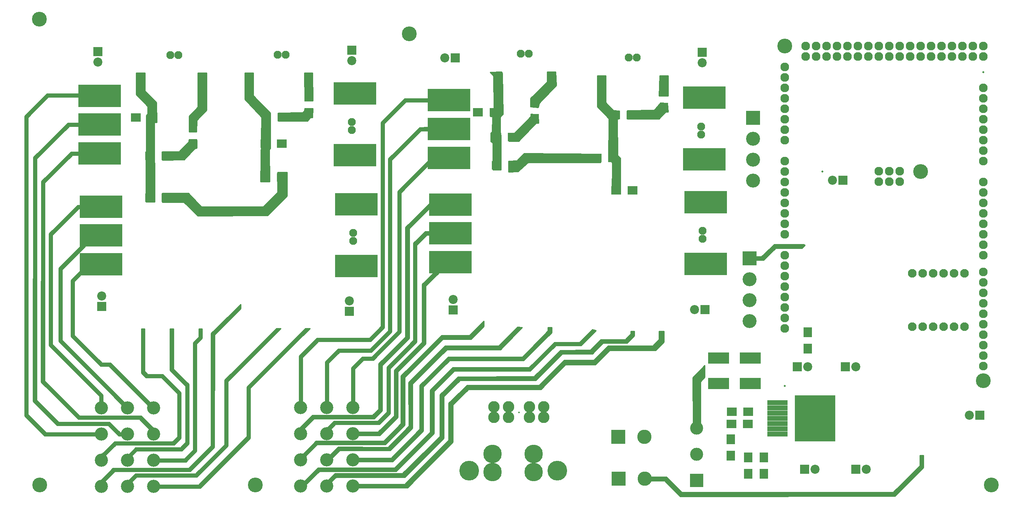
<source format=gbr>
G04 #@! TF.GenerationSoftware,KiCad,Pcbnew,5.1.2-f72e74a~84~ubuntu16.04.1*
G04 #@! TF.CreationDate,2019-05-07T21:52:54+05:30*
G04 #@! TF.ProjectId,MasterPcb,4d617374-6572-4506-9362-2e6b69636164,rev?*
G04 #@! TF.SameCoordinates,Original*
G04 #@! TF.FileFunction,Soldermask,Bot*
G04 #@! TF.FilePolarity,Negative*
%FSLAX46Y46*%
G04 Gerber Fmt 4.6, Leading zero omitted, Abs format (unit mm)*
G04 Created by KiCad (PCBNEW 5.1.2-f72e74a~84~ubuntu16.04.1) date 2019-05-07 21:52:54*
%MOMM*%
%LPD*%
G04 APERTURE LIST*
%ADD10C,1.950000*%
%ADD11R,2.200000X2.200000*%
%ADD12C,2.200000*%
%ADD13R,5.200000X2.686000*%
%ADD14R,3.175000X3.175000*%
%ADD15C,3.175000*%
%ADD16C,3.400000*%
%ADD17R,3.400000X3.400000*%
%ADD18C,3.190000*%
%ADD19R,3.475000X3.475000*%
%ADD20C,3.475000*%
%ADD21C,4.500000*%
%ADD22C,4.800000*%
%ADD23R,2.100000X2.400000*%
%ADD24R,2.400000X2.100000*%
%ADD25R,5.000000X1.200000*%
%ADD26R,9.800000X11.200000*%
%ADD27O,2.127200X2.127200*%
%ADD28C,0.500000*%
%ADD29C,3.600000*%
%ADD30C,2.100000*%
%ADD31C,2.800000*%
%ADD32C,0.400000*%
%ADD33R,10.400000X5.400000*%
%ADD34C,0.254000*%
G04 APERTURE END LIST*
D10*
X85362400Y-32721600D03*
X83412400Y-32721600D03*
D11*
X223977200Y-133350000D03*
D12*
X226517200Y-133350000D03*
D11*
X209804000Y-108458000D03*
D12*
X212344000Y-108458000D03*
D13*
X198323200Y-112523200D03*
X198323200Y-106323200D03*
X190601600Y-112523200D03*
X190601600Y-106323200D03*
D11*
X186690000Y-32054800D03*
D12*
X186690000Y-34594800D03*
D11*
X100888800Y-94996000D03*
D12*
X100888800Y-92456000D03*
D11*
X221437200Y-108458000D03*
D12*
X223977200Y-108458000D03*
D11*
X126136400Y-94691200D03*
D12*
X126136400Y-92151200D03*
D11*
X101447600Y-31597600D03*
D12*
X101447600Y-34137600D03*
D11*
X211582000Y-133350000D03*
D12*
X214122000Y-133350000D03*
D11*
X126644400Y-33426400D03*
D12*
X124104400Y-33426400D03*
D11*
X39776400Y-31902400D03*
D12*
X39776400Y-34442400D03*
D11*
X220827600Y-63144400D03*
D12*
X218287600Y-63144400D03*
D11*
X187299600Y-94589600D03*
D12*
X184759600Y-94589600D03*
D11*
X40690800Y-93776800D03*
D12*
X40690800Y-91236800D03*
D11*
X254116600Y-120183800D03*
D12*
X251576600Y-120183800D03*
D14*
X185318400Y-136093200D03*
D15*
X185318400Y-129743200D03*
X185318400Y-123393200D03*
D16*
X198983600Y-53086000D03*
X198983600Y-58166000D03*
D17*
X198983600Y-48006000D03*
D16*
X198983600Y-63246000D03*
D18*
X101752400Y-118364000D03*
X95402400Y-118364000D03*
X89052400Y-118364000D03*
X101752400Y-124714000D03*
X95402400Y-124714000D03*
X89052400Y-124714000D03*
X101752400Y-131064000D03*
X95402400Y-131064000D03*
X89052400Y-131064000D03*
X101752400Y-137414000D03*
X95402400Y-137414000D03*
X89052400Y-137414000D03*
D19*
X166370000Y-135636000D03*
D20*
X172720000Y-135636000D03*
D18*
X53289200Y-118465600D03*
X46939200Y-118465600D03*
X40589200Y-118465600D03*
X53289200Y-124815600D03*
X46939200Y-124815600D03*
X40589200Y-124815600D03*
X53289200Y-131165600D03*
X46939200Y-131165600D03*
X40589200Y-131165600D03*
X53289200Y-137515600D03*
X46939200Y-137515600D03*
X40589200Y-137515600D03*
D19*
X166268400Y-125476000D03*
D20*
X172618400Y-125476000D03*
D16*
X198170800Y-87223600D03*
X198170800Y-92303600D03*
D17*
X198170800Y-82143600D03*
D16*
X198170800Y-97383600D03*
D21*
X145716000Y-129610000D03*
X145716000Y-134010000D03*
X135716000Y-129610000D03*
X135716000Y-134010000D03*
D22*
X129986000Y-133660000D03*
X151446000Y-133660000D03*
D23*
X212293200Y-100057200D03*
X212293200Y-104057200D03*
X201625200Y-130435600D03*
X201625200Y-134435600D03*
X197815200Y-134435600D03*
X197815200Y-130435600D03*
D24*
X132162800Y-46685200D03*
X136162800Y-46685200D03*
X48952400Y-47904400D03*
X52952400Y-47904400D03*
X136734800Y-59537600D03*
X140734800Y-59537600D03*
X165017200Y-57708800D03*
X161017200Y-57708800D03*
X52483000Y-67386200D03*
X56483000Y-67386200D03*
X80448400Y-62484000D03*
X84448400Y-62484000D03*
X197834000Y-119380000D03*
X193834000Y-119380000D03*
X169741600Y-65582800D03*
X165741600Y-65582800D03*
X84448400Y-54305200D03*
X80448400Y-54305200D03*
X136633200Y-52679600D03*
X140633200Y-52679600D03*
D23*
X145897600Y-48278800D03*
X145897600Y-44278800D03*
D24*
X165487600Y-47294800D03*
X169487600Y-47294800D03*
D23*
X177342800Y-45535600D03*
X177342800Y-41535600D03*
X62890400Y-54324000D03*
X62890400Y-50324000D03*
D24*
X52483000Y-57226200D03*
X56483000Y-57226200D03*
X80651600Y-47802800D03*
X84651600Y-47802800D03*
D23*
X90982800Y-46805600D03*
X90982800Y-42805600D03*
D24*
X197783200Y-122326400D03*
X193783200Y-122326400D03*
D23*
X193598800Y-126066800D03*
X193598800Y-130066800D03*
D25*
X204943400Y-124764800D03*
X204943400Y-123494800D03*
X204943400Y-122224800D03*
X204943400Y-120954800D03*
X204943400Y-119684800D03*
X204943400Y-118414800D03*
X204943400Y-117144800D03*
D26*
X214093400Y-120954800D03*
D27*
X229616000Y-63474600D03*
X229616000Y-60934600D03*
X232156000Y-60934600D03*
X232156000Y-63474600D03*
X234696000Y-60934600D03*
X206756000Y-76301600D03*
X206756000Y-81381600D03*
X206756000Y-83921600D03*
X206756000Y-86461600D03*
X206756000Y-89001600D03*
X206756000Y-91541600D03*
X206756000Y-94081600D03*
X206756000Y-96621600D03*
X255016000Y-40741600D03*
X255016000Y-43281600D03*
X255016000Y-45821600D03*
X255016000Y-48361600D03*
X255016000Y-50901600D03*
X255016000Y-53441600D03*
X255016000Y-55981600D03*
X255016000Y-58521600D03*
X255016000Y-63601600D03*
X255016000Y-66141600D03*
X255016000Y-68681600D03*
X255016000Y-71221600D03*
X255016000Y-73761600D03*
X255016000Y-76301600D03*
X255016000Y-78841600D03*
X255016000Y-81381600D03*
X255016000Y-100685600D03*
X255016000Y-85445600D03*
X255016000Y-87985600D03*
X255016000Y-90525600D03*
D28*
X215836000Y-61061600D03*
D29*
X239776000Y-61061600D03*
D28*
X255016000Y-36931600D03*
D29*
X255016000Y-111861600D03*
X206756000Y-30581600D03*
D28*
X206756000Y-113131600D03*
D27*
X255016000Y-108305600D03*
X255016000Y-105765600D03*
X255016000Y-103225600D03*
X255016000Y-98145600D03*
X255016000Y-95605600D03*
X255016000Y-93065600D03*
X206756000Y-99161600D03*
X206756000Y-73761600D03*
X206756000Y-71221600D03*
X206756000Y-68681600D03*
X206756000Y-66141600D03*
X206756000Y-63601600D03*
X206756000Y-61061600D03*
X206756000Y-58521600D03*
X206756000Y-53441600D03*
X206756000Y-50901600D03*
X206756000Y-48361600D03*
X206756000Y-45821600D03*
X206756000Y-43281600D03*
X206756000Y-40741600D03*
X206756000Y-38201600D03*
X206756000Y-35661600D03*
X255016000Y-33121600D03*
X255016000Y-30581600D03*
X252476000Y-33121600D03*
X252476000Y-30581600D03*
X249936000Y-33121600D03*
X249936000Y-30581600D03*
X247396000Y-33121600D03*
X247396000Y-30581600D03*
X244856000Y-33121600D03*
X244856000Y-30581600D03*
X242316000Y-33121600D03*
X242316000Y-30581600D03*
X239776000Y-33121600D03*
X239776000Y-30581600D03*
X237236000Y-33121600D03*
X237236000Y-30581600D03*
X234696000Y-33121600D03*
X234696000Y-30581600D03*
X232156000Y-33121600D03*
X232156000Y-30581600D03*
X229616000Y-33121600D03*
X229616000Y-30581600D03*
X227076000Y-33121600D03*
X227076000Y-30581600D03*
X224536000Y-33121600D03*
X224536000Y-30581600D03*
X221996000Y-33121600D03*
X221996000Y-30581600D03*
X219456000Y-33121600D03*
X219456000Y-30581600D03*
X216916000Y-33121600D03*
X216916000Y-30581600D03*
X214376000Y-33121600D03*
X214376000Y-30581600D03*
X211836000Y-33121600D03*
X211836000Y-30581600D03*
X234696000Y-63474600D03*
D30*
X237693200Y-98750400D03*
X240233200Y-98750400D03*
X245313200Y-98750400D03*
X242773200Y-98750400D03*
X250393200Y-98750400D03*
X247853200Y-98750400D03*
X247853200Y-85750400D03*
X250393200Y-85750400D03*
X242773200Y-85750400D03*
X245313200Y-85750400D03*
X240233200Y-85750400D03*
X237693200Y-85750400D03*
D31*
X148127600Y-118231600D03*
X148127600Y-120731600D03*
X144627600Y-118231600D03*
X144627600Y-120731600D03*
X139547600Y-118231600D03*
X139547600Y-120731600D03*
X136047600Y-118231600D03*
X136047600Y-120731600D03*
D32*
X142087600Y-119526600D03*
D10*
X59302000Y-32772400D03*
X57352000Y-32772400D03*
X101492000Y-50965200D03*
X101492000Y-49015200D03*
D33*
X40212000Y-56655200D03*
X40212000Y-49655200D03*
X40212000Y-42655200D03*
X102262000Y-57055200D03*
X102262000Y-42055200D03*
D10*
X101796800Y-77889200D03*
X101796800Y-75939200D03*
D33*
X40516800Y-83579200D03*
X40516800Y-76579200D03*
X40516800Y-69579200D03*
X102566800Y-83979200D03*
X102566800Y-68979200D03*
D10*
X144493600Y-32467600D03*
X142543600Y-32467600D03*
X170706400Y-33382000D03*
X168756400Y-33382000D03*
X186378800Y-52032000D03*
X186378800Y-50082000D03*
D33*
X125098800Y-57722000D03*
X125098800Y-50722000D03*
X125098800Y-43722000D03*
X187148800Y-58122000D03*
X187148800Y-43122000D03*
D10*
X186734400Y-77381200D03*
X186734400Y-75431200D03*
D33*
X125454400Y-83071200D03*
X125454400Y-76071200D03*
X125454400Y-69071200D03*
X187504400Y-83471200D03*
X187504400Y-68471200D03*
D29*
X256946400Y-137160000D03*
X25603200Y-137160000D03*
X78028800Y-137160000D03*
X25501600Y-24079200D03*
X115417600Y-27584400D03*
D34*
G36*
X240461800Y-132941526D02*
G01*
X233475212Y-139877851D01*
X181307461Y-139928548D01*
X177636411Y-136207210D01*
X177617274Y-136191286D01*
X177595398Y-136179401D01*
X177571623Y-136172012D01*
X177546000Y-136169400D01*
X174218600Y-136169400D01*
X174218600Y-135204200D01*
X177950594Y-135204200D01*
X181672597Y-138926203D01*
X181691843Y-138941997D01*
X181713799Y-138953733D01*
X181737624Y-138960960D01*
X181762526Y-138963400D01*
X233070526Y-138912600D01*
X233095300Y-138910135D01*
X233119117Y-138902885D01*
X233141062Y-138891127D01*
X233159841Y-138875762D01*
X239509841Y-132576562D01*
X239525712Y-132557381D01*
X239537537Y-132535472D01*
X239544859Y-132511677D01*
X239547377Y-132488842D01*
X239595782Y-129971800D01*
X240461800Y-129971800D01*
X240461800Y-132941526D01*
X240461800Y-132941526D01*
G37*
X240461800Y-132941526D02*
X233475212Y-139877851D01*
X181307461Y-139928548D01*
X177636411Y-136207210D01*
X177617274Y-136191286D01*
X177595398Y-136179401D01*
X177571623Y-136172012D01*
X177546000Y-136169400D01*
X174218600Y-136169400D01*
X174218600Y-135204200D01*
X177950594Y-135204200D01*
X181672597Y-138926203D01*
X181691843Y-138941997D01*
X181713799Y-138953733D01*
X181737624Y-138960960D01*
X181762526Y-138963400D01*
X233070526Y-138912600D01*
X233095300Y-138910135D01*
X233119117Y-138902885D01*
X233141062Y-138891127D01*
X233159841Y-138875762D01*
X239509841Y-132576562D01*
X239525712Y-132557381D01*
X239537537Y-132535472D01*
X239544859Y-132511677D01*
X239547377Y-132488842D01*
X239595782Y-129971800D01*
X240461800Y-129971800D01*
X240461800Y-132941526D01*
G36*
X187274200Y-110996194D02*
G01*
X186295397Y-111974997D01*
X186279603Y-111994243D01*
X186267867Y-112016199D01*
X186260640Y-112040024D01*
X186258202Y-112064177D01*
X186208021Y-122301000D01*
X184428837Y-122301000D01*
X184378834Y-111050372D01*
X187274200Y-108155006D01*
X187274200Y-110996194D01*
X187274200Y-110996194D01*
G37*
X187274200Y-110996194D02*
X186295397Y-111974997D01*
X186279603Y-111994243D01*
X186267867Y-112016199D01*
X186260640Y-112040024D01*
X186258202Y-112064177D01*
X186208021Y-122301000D01*
X184428837Y-122301000D01*
X184378834Y-111050372D01*
X187274200Y-108155006D01*
X187274200Y-110996194D01*
G36*
X211596256Y-78946627D02*
G01*
X210870811Y-79629399D01*
X204519792Y-79679804D01*
X204495036Y-79682441D01*
X204471270Y-79689857D01*
X204449407Y-79701767D01*
X204431782Y-79716220D01*
X201522441Y-82575400D01*
X199720200Y-82575400D01*
X199720200Y-81710946D01*
X201071100Y-81660913D01*
X201095770Y-81657557D01*
X201119310Y-81649454D01*
X201140817Y-81636913D01*
X201154668Y-81625312D01*
X204165749Y-78714600D01*
X211331082Y-78714600D01*
X211596256Y-78946627D01*
X211596256Y-78946627D01*
G37*
X211596256Y-78946627D02*
X210870811Y-79629399D01*
X204519792Y-79679804D01*
X204495036Y-79682441D01*
X204471270Y-79689857D01*
X204449407Y-79701767D01*
X204431782Y-79716220D01*
X201522441Y-82575400D01*
X199720200Y-82575400D01*
X199720200Y-81710946D01*
X201071100Y-81660913D01*
X201095770Y-81657557D01*
X201119310Y-81649454D01*
X201140817Y-81636913D01*
X201154668Y-81625312D01*
X204165749Y-78714600D01*
X211331082Y-78714600D01*
X211596256Y-78946627D01*
G36*
X161975800Y-56768313D02*
G01*
X161975800Y-58851800D01*
X144373600Y-58851800D01*
X144348824Y-58854240D01*
X144324999Y-58861467D01*
X144303043Y-58873203D01*
X144288859Y-58884206D01*
X141884438Y-61038167D01*
X139575342Y-61132415D01*
X139621693Y-58490396D01*
X141636441Y-58394456D01*
X141661073Y-58390840D01*
X141684527Y-58382488D01*
X141705900Y-58369721D01*
X141720203Y-58357403D01*
X143409921Y-56667685D01*
X161975800Y-56768313D01*
X161975800Y-56768313D01*
G37*
X161975800Y-56768313D02*
X161975800Y-58851800D01*
X144373600Y-58851800D01*
X144348824Y-58854240D01*
X144324999Y-58861467D01*
X144303043Y-58873203D01*
X144288859Y-58884206D01*
X141884438Y-61038167D01*
X139575342Y-61132415D01*
X139621693Y-58490396D01*
X141636441Y-58394456D01*
X141661073Y-58390840D01*
X141684527Y-58382488D01*
X141705900Y-58369721D01*
X141720203Y-58357403D01*
X143409921Y-56667685D01*
X161975800Y-56768313D01*
G36*
X178190826Y-44418452D02*
G01*
X178372932Y-46558200D01*
X177850800Y-46558200D01*
X177826024Y-46560640D01*
X177802199Y-46567867D01*
X177780243Y-46579603D01*
X177760997Y-46595397D01*
X176121453Y-48234941D01*
X168478200Y-48284573D01*
X168478200Y-46482000D01*
X168477219Y-46466248D01*
X168443991Y-46200422D01*
X174957139Y-46100985D01*
X174981875Y-46098167D01*
X175005586Y-46090577D01*
X175027361Y-46078507D01*
X175052993Y-46055028D01*
X176485395Y-44326266D01*
X178190826Y-44418452D01*
X178190826Y-44418452D01*
G37*
X178190826Y-44418452D02*
X178372932Y-46558200D01*
X177850800Y-46558200D01*
X177826024Y-46560640D01*
X177802199Y-46567867D01*
X177780243Y-46579603D01*
X177760997Y-46595397D01*
X176121453Y-48234941D01*
X168478200Y-48284573D01*
X168478200Y-46482000D01*
X168477219Y-46466248D01*
X168443991Y-46200422D01*
X174957139Y-46100985D01*
X174981875Y-46098167D01*
X175005586Y-46090577D01*
X175027361Y-46078507D01*
X175052993Y-46055028D01*
X176485395Y-44326266D01*
X178190826Y-44418452D01*
G36*
X178384200Y-42694781D02*
G01*
X176152750Y-42649241D01*
X176297684Y-37769800D01*
X178384200Y-37769800D01*
X178384200Y-42694781D01*
X178384200Y-42694781D01*
G37*
X178384200Y-42694781D02*
X176152750Y-42649241D01*
X176297684Y-37769800D01*
X178384200Y-37769800D01*
X178384200Y-42694781D01*
G36*
X151055970Y-36853787D02*
G01*
X151153875Y-40133579D01*
X147075660Y-44413187D01*
X147060334Y-44432807D01*
X147049131Y-44455040D01*
X147044054Y-44471384D01*
X146815085Y-45433052D01*
X144957800Y-45297154D01*
X144957800Y-43283880D01*
X148933229Y-39358773D01*
X148949145Y-39339629D01*
X148961021Y-39317747D01*
X148968399Y-39293969D01*
X148971000Y-39268400D01*
X148971000Y-36807454D01*
X151055970Y-36853787D01*
X151055970Y-36853787D01*
G37*
X151055970Y-36853787D02*
X151153875Y-40133579D01*
X147075660Y-44413187D01*
X147060334Y-44432807D01*
X147049131Y-44455040D01*
X147044054Y-44471384D01*
X146815085Y-45433052D01*
X144957800Y-45297154D01*
X144957800Y-43283880D01*
X148933229Y-39358773D01*
X148949145Y-39339629D01*
X148961021Y-39317747D01*
X148968399Y-39293969D01*
X148971000Y-39268400D01*
X148971000Y-36807454D01*
X151055970Y-36853787D01*
G36*
X138100161Y-37221379D02*
G01*
X138200943Y-47047623D01*
X137619630Y-47774264D01*
X137606057Y-47795135D01*
X137596818Y-47818254D01*
X137591800Y-47853600D01*
X137591800Y-51968400D01*
X137594240Y-51993176D01*
X137605208Y-52025196D01*
X137744020Y-52302820D01*
X137694158Y-60629800D01*
X135763000Y-60629800D01*
X135763000Y-54152800D01*
X135760560Y-54128024D01*
X135753333Y-54104199D01*
X135741597Y-54082243D01*
X135725803Y-54062997D01*
X135708830Y-54048758D01*
X135255000Y-53731077D01*
X135255000Y-51671213D01*
X135566251Y-51404426D01*
X135583474Y-51386448D01*
X135596860Y-51365457D01*
X135605893Y-51342257D01*
X135610587Y-51309840D01*
X135661387Y-47804640D01*
X135659306Y-47779831D01*
X135652425Y-47755905D01*
X135641008Y-47733780D01*
X135625494Y-47714308D01*
X135606480Y-47698237D01*
X135584696Y-47686184D01*
X135560979Y-47678612D01*
X135534400Y-47675800D01*
X135150264Y-47675800D01*
X135105172Y-45872104D01*
X135917550Y-45691576D01*
X135941207Y-45683819D01*
X135962897Y-45671596D01*
X135981784Y-45655376D01*
X135997145Y-45635783D01*
X136008388Y-45613570D01*
X136015082Y-45589590D01*
X136016997Y-45566759D01*
X135966197Y-37895959D01*
X135963593Y-37871199D01*
X135956208Y-37847423D01*
X135944327Y-37825545D01*
X135929003Y-37806997D01*
X135064997Y-36942991D01*
X137852209Y-36808126D01*
X138100161Y-37221379D01*
X138100161Y-37221379D01*
G37*
X138100161Y-37221379D02*
X138200943Y-47047623D01*
X137619630Y-47774264D01*
X137606057Y-47795135D01*
X137596818Y-47818254D01*
X137591800Y-47853600D01*
X137591800Y-51968400D01*
X137594240Y-51993176D01*
X137605208Y-52025196D01*
X137744020Y-52302820D01*
X137694158Y-60629800D01*
X135763000Y-60629800D01*
X135763000Y-54152800D01*
X135760560Y-54128024D01*
X135753333Y-54104199D01*
X135741597Y-54082243D01*
X135725803Y-54062997D01*
X135708830Y-54048758D01*
X135255000Y-53731077D01*
X135255000Y-51671213D01*
X135566251Y-51404426D01*
X135583474Y-51386448D01*
X135596860Y-51365457D01*
X135605893Y-51342257D01*
X135610587Y-51309840D01*
X135661387Y-47804640D01*
X135659306Y-47779831D01*
X135652425Y-47755905D01*
X135641008Y-47733780D01*
X135625494Y-47714308D01*
X135606480Y-47698237D01*
X135584696Y-47686184D01*
X135560979Y-47678612D01*
X135534400Y-47675800D01*
X135150264Y-47675800D01*
X135105172Y-45872104D01*
X135917550Y-45691576D01*
X135941207Y-45683819D01*
X135962897Y-45671596D01*
X135981784Y-45655376D01*
X135997145Y-45635783D01*
X136008388Y-45613570D01*
X136015082Y-45589590D01*
X136016997Y-45566759D01*
X135966197Y-37895959D01*
X135963593Y-37871199D01*
X135956208Y-37847423D01*
X135944327Y-37825545D01*
X135929003Y-37806997D01*
X135064997Y-36942991D01*
X137852209Y-36808126D01*
X138100161Y-37221379D01*
G36*
X146791728Y-47209816D02*
G01*
X146882430Y-49250600D01*
X146354800Y-49250600D01*
X146330024Y-49253040D01*
X146306199Y-49260267D01*
X146284243Y-49272003D01*
X146262910Y-49289935D01*
X142083024Y-53671261D01*
X139674600Y-53718485D01*
X139674600Y-51875885D01*
X141038153Y-51687809D01*
X141062364Y-51682006D01*
X141084977Y-51671592D01*
X141111761Y-51650629D01*
X144972561Y-47688229D01*
X144988104Y-47668780D01*
X144999554Y-47646673D01*
X145006471Y-47622757D01*
X145008600Y-47599600D01*
X145008600Y-47076081D01*
X146791728Y-47209816D01*
X146791728Y-47209816D01*
G37*
X146791728Y-47209816D02*
X146882430Y-49250600D01*
X146354800Y-49250600D01*
X146330024Y-49253040D01*
X146306199Y-49260267D01*
X146284243Y-49272003D01*
X146262910Y-49289935D01*
X142083024Y-53671261D01*
X139674600Y-53718485D01*
X139674600Y-51875885D01*
X141038153Y-51687809D01*
X141062364Y-51682006D01*
X141084977Y-51671592D01*
X141111761Y-51650629D01*
X144972561Y-47688229D01*
X144988104Y-47668780D01*
X144999554Y-47646673D01*
X145006471Y-47622757D01*
X145008600Y-47599600D01*
X145008600Y-47076081D01*
X146791728Y-47209816D01*
G36*
X163195000Y-44196000D02*
G01*
X163197440Y-44220776D01*
X163204667Y-44244601D01*
X163216403Y-44266557D01*
X163229804Y-44283344D01*
X165058604Y-46213744D01*
X165077415Y-46230052D01*
X165099047Y-46242377D01*
X165122667Y-46250245D01*
X165146569Y-46253330D01*
X166547800Y-46300038D01*
X166547800Y-48195866D01*
X166154163Y-48235230D01*
X166129752Y-48240124D01*
X166106765Y-48249686D01*
X166086085Y-48263548D01*
X166068507Y-48281179D01*
X166054707Y-48301900D01*
X166045214Y-48324915D01*
X166040393Y-48349341D01*
X166039802Y-48362338D01*
X166090602Y-57099938D01*
X166093186Y-57124700D01*
X166100552Y-57148482D01*
X166112415Y-57170370D01*
X166131458Y-57192520D01*
X166751317Y-57764698D01*
X166801072Y-66471800D01*
X164720717Y-66471800D01*
X164820589Y-59031305D01*
X164818481Y-59006498D01*
X164807192Y-58972804D01*
X164654792Y-58668004D01*
X164641529Y-58646934D01*
X164624411Y-58628857D01*
X164604094Y-58614467D01*
X164581361Y-58604317D01*
X164549122Y-58598047D01*
X163856558Y-58554762D01*
X163956994Y-48159627D01*
X163954793Y-48134828D01*
X163947797Y-48110935D01*
X163936273Y-48088866D01*
X163919803Y-48068597D01*
X161163000Y-45311794D01*
X161163000Y-37719000D01*
X163195000Y-37719000D01*
X163195000Y-44196000D01*
X163195000Y-44196000D01*
G37*
X163195000Y-44196000D02*
X163197440Y-44220776D01*
X163204667Y-44244601D01*
X163216403Y-44266557D01*
X163229804Y-44283344D01*
X165058604Y-46213744D01*
X165077415Y-46230052D01*
X165099047Y-46242377D01*
X165122667Y-46250245D01*
X165146569Y-46253330D01*
X166547800Y-46300038D01*
X166547800Y-48195866D01*
X166154163Y-48235230D01*
X166129752Y-48240124D01*
X166106765Y-48249686D01*
X166086085Y-48263548D01*
X166068507Y-48281179D01*
X166054707Y-48301900D01*
X166045214Y-48324915D01*
X166040393Y-48349341D01*
X166039802Y-48362338D01*
X166090602Y-57099938D01*
X166093186Y-57124700D01*
X166100552Y-57148482D01*
X166112415Y-57170370D01*
X166131458Y-57192520D01*
X166751317Y-57764698D01*
X166801072Y-66471800D01*
X164720717Y-66471800D01*
X164820589Y-59031305D01*
X164818481Y-59006498D01*
X164807192Y-58972804D01*
X164654792Y-58668004D01*
X164641529Y-58646934D01*
X164624411Y-58628857D01*
X164604094Y-58614467D01*
X164581361Y-58604317D01*
X164549122Y-58598047D01*
X163856558Y-58554762D01*
X163956994Y-48159627D01*
X163954793Y-48134828D01*
X163947797Y-48110935D01*
X163936273Y-48088866D01*
X163919803Y-48068597D01*
X161163000Y-45311794D01*
X161163000Y-37719000D01*
X163195000Y-37719000D01*
X163195000Y-44196000D01*
G36*
X85725000Y-67003394D02*
G01*
X81024037Y-71704357D01*
X64059324Y-71754847D01*
X60692832Y-68488847D01*
X60673350Y-68473347D01*
X60651218Y-68461944D01*
X60627287Y-68455079D01*
X60604400Y-68453000D01*
X55397400Y-68453000D01*
X55397400Y-66319400D01*
X61769828Y-66319400D01*
X64932805Y-69582789D01*
X64951801Y-69598881D01*
X64973572Y-69610959D01*
X64997281Y-69618557D01*
X65024432Y-69621399D01*
X79959632Y-69570599D01*
X79984400Y-69568075D01*
X80008200Y-69560767D01*
X80030116Y-69548956D01*
X80049003Y-69533403D01*
X83452603Y-66129803D01*
X83468397Y-66110557D01*
X83480133Y-66088601D01*
X83487360Y-66064776D01*
X83489800Y-66040000D01*
X83489800Y-61188600D01*
X85725000Y-61188600D01*
X85725000Y-67003394D01*
X85725000Y-67003394D01*
G37*
X85725000Y-67003394D02*
X81024037Y-71704357D01*
X64059324Y-71754847D01*
X60692832Y-68488847D01*
X60673350Y-68473347D01*
X60651218Y-68461944D01*
X60627287Y-68455079D01*
X60604400Y-68453000D01*
X55397400Y-68453000D01*
X55397400Y-66319400D01*
X61769828Y-66319400D01*
X64932805Y-69582789D01*
X64951801Y-69598881D01*
X64973572Y-69610959D01*
X64997281Y-69618557D01*
X65024432Y-69621399D01*
X79959632Y-69570599D01*
X79984400Y-69568075D01*
X80008200Y-69560767D01*
X80030116Y-69548956D01*
X80049003Y-69533403D01*
X83452603Y-66129803D01*
X83468397Y-66110557D01*
X83480133Y-66088601D01*
X83487360Y-66064776D01*
X83489800Y-66040000D01*
X83489800Y-61188600D01*
X85725000Y-61188600D01*
X85725000Y-67003394D01*
G36*
X51231800Y-41503600D02*
G01*
X51234240Y-41528376D01*
X51241467Y-41552201D01*
X51253203Y-41574157D01*
X51269825Y-41594223D01*
X54026343Y-44300622D01*
X54075298Y-49098200D01*
X53644800Y-49098200D01*
X53620024Y-49100640D01*
X53596199Y-49107867D01*
X53574243Y-49119603D01*
X53554997Y-49135397D01*
X53539203Y-49154643D01*
X53527467Y-49176599D01*
X53520240Y-49200424D01*
X53517800Y-49225534D01*
X53568265Y-68402200D01*
X51435613Y-68402200D01*
X51536371Y-47444379D01*
X51860777Y-47073630D01*
X51875256Y-47053377D01*
X51885506Y-47030688D01*
X51891132Y-47006436D01*
X51892200Y-46990000D01*
X51892200Y-45262800D01*
X51889760Y-45238024D01*
X51882533Y-45214199D01*
X51870797Y-45192243D01*
X51855808Y-45173810D01*
X49098200Y-42366064D01*
X49098200Y-37109400D01*
X51231800Y-37109400D01*
X51231800Y-41503600D01*
X51231800Y-41503600D01*
G37*
X51231800Y-41503600D02*
X51234240Y-41528376D01*
X51241467Y-41552201D01*
X51253203Y-41574157D01*
X51269825Y-41594223D01*
X54026343Y-44300622D01*
X54075298Y-49098200D01*
X53644800Y-49098200D01*
X53620024Y-49100640D01*
X53596199Y-49107867D01*
X53574243Y-49119603D01*
X53554997Y-49135397D01*
X53539203Y-49154643D01*
X53527467Y-49176599D01*
X53520240Y-49200424D01*
X53517800Y-49225534D01*
X53568265Y-68402200D01*
X51435613Y-68402200D01*
X51536371Y-47444379D01*
X51860777Y-47073630D01*
X51875256Y-47053377D01*
X51885506Y-47030688D01*
X51891132Y-47006436D01*
X51892200Y-46990000D01*
X51892200Y-45262800D01*
X51889760Y-45238024D01*
X51882533Y-45214199D01*
X51870797Y-45192243D01*
X51855808Y-45173810D01*
X49098200Y-42366064D01*
X49098200Y-37109400D01*
X51231800Y-37109400D01*
X51231800Y-41503600D01*
G36*
X63830200Y-55325798D02*
G01*
X63364984Y-55452675D01*
X63341723Y-55461548D01*
X63320639Y-55474789D01*
X63306069Y-55487999D01*
X60752384Y-58191901D01*
X55397400Y-58241029D01*
X55397400Y-56259479D01*
X59488330Y-56210191D01*
X59513075Y-56207452D01*
X59536811Y-56199939D01*
X59558624Y-56187939D01*
X59577584Y-56172010D01*
X61863584Y-53835210D01*
X61879166Y-53815793D01*
X61890660Y-53793709D01*
X61897624Y-53769806D01*
X61899800Y-53746400D01*
X61899800Y-53416200D01*
X63830200Y-53416200D01*
X63830200Y-55325798D01*
X63830200Y-55325798D01*
G37*
X63830200Y-55325798D02*
X63364984Y-55452675D01*
X63341723Y-55461548D01*
X63320639Y-55474789D01*
X63306069Y-55487999D01*
X60752384Y-58191901D01*
X55397400Y-58241029D01*
X55397400Y-56259479D01*
X59488330Y-56210191D01*
X59513075Y-56207452D01*
X59536811Y-56199939D01*
X59558624Y-56187939D01*
X59577584Y-56172010D01*
X61863584Y-53835210D01*
X61879166Y-53815793D01*
X61890660Y-53793709D01*
X61897624Y-53769806D01*
X61899800Y-53746400D01*
X61899800Y-53416200D01*
X63830200Y-53416200D01*
X63830200Y-55325798D01*
G36*
X66167000Y-46125393D02*
G01*
X63866437Y-48475968D01*
X63850851Y-48495382D01*
X63839352Y-48517464D01*
X63832381Y-48541364D01*
X63830275Y-48560423D01*
X63732903Y-51384200D01*
X61950600Y-51384200D01*
X61950600Y-47550606D01*
X63996203Y-45505003D01*
X64011997Y-45485757D01*
X64023733Y-45463801D01*
X64030960Y-45439976D01*
X64033400Y-45415200D01*
X64033400Y-37058600D01*
X66167000Y-37058600D01*
X66167000Y-46125393D01*
X66167000Y-46125393D01*
G37*
X66167000Y-46125393D02*
X63866437Y-48475968D01*
X63850851Y-48495382D01*
X63839352Y-48517464D01*
X63832381Y-48541364D01*
X63830275Y-48560423D01*
X63732903Y-51384200D01*
X61950600Y-51384200D01*
X61950600Y-47550606D01*
X63996203Y-45505003D01*
X64011997Y-45485757D01*
X64023733Y-45463801D01*
X64030960Y-45439976D01*
X64033400Y-45415200D01*
X64033400Y-37058600D01*
X66167000Y-37058600D01*
X66167000Y-46125393D01*
G36*
X77546200Y-42621200D02*
G01*
X77548640Y-42645976D01*
X77555867Y-42669801D01*
X77567603Y-42691757D01*
X77583397Y-42711003D01*
X81661000Y-46788606D01*
X81661000Y-55338273D01*
X81474533Y-55664590D01*
X81464359Y-55687313D01*
X81458814Y-55711584D01*
X81457803Y-55728419D01*
X81507778Y-63474600D01*
X79325843Y-63474600D01*
X79527389Y-47804433D01*
X79525268Y-47779628D01*
X79518348Y-47755712D01*
X79506895Y-47733606D01*
X79492392Y-47715241D01*
X75514200Y-43535622D01*
X75514200Y-37109400D01*
X77546200Y-37109400D01*
X77546200Y-42621200D01*
X77546200Y-42621200D01*
G37*
X77546200Y-42621200D02*
X77548640Y-42645976D01*
X77555867Y-42669801D01*
X77567603Y-42691757D01*
X77583397Y-42711003D01*
X81661000Y-46788606D01*
X81661000Y-55338273D01*
X81474533Y-55664590D01*
X81464359Y-55687313D01*
X81458814Y-55711584D01*
X81457803Y-55728419D01*
X81507778Y-63474600D01*
X79325843Y-63474600D01*
X79527389Y-47804433D01*
X79525268Y-47779628D01*
X79518348Y-47755712D01*
X79506895Y-47733606D01*
X79492392Y-47715241D01*
X75514200Y-43535622D01*
X75514200Y-37109400D01*
X77546200Y-37109400D01*
X77546200Y-42621200D01*
G36*
X91925490Y-47916755D02*
G01*
X91554237Y-47879630D01*
X91529341Y-47879593D01*
X91504915Y-47884414D01*
X91481900Y-47893907D01*
X91461179Y-47907707D01*
X91446371Y-47921974D01*
X90722289Y-48742600D01*
X83591400Y-48742600D01*
X83591400Y-46860866D01*
X89460952Y-46761382D01*
X89485684Y-46758522D01*
X89509382Y-46750892D01*
X89531137Y-46738786D01*
X89548603Y-46724203D01*
X89955003Y-46317803D01*
X89970797Y-46298557D01*
X89982533Y-46276601D01*
X89989760Y-46252776D01*
X89991761Y-46238547D01*
X90032857Y-45745400D01*
X91970727Y-45745400D01*
X91925490Y-47916755D01*
X91925490Y-47916755D01*
G37*
X91925490Y-47916755D02*
X91554237Y-47879630D01*
X91529341Y-47879593D01*
X91504915Y-47884414D01*
X91481900Y-47893907D01*
X91461179Y-47907707D01*
X91446371Y-47921974D01*
X90722289Y-48742600D01*
X83591400Y-48742600D01*
X83591400Y-46860866D01*
X89460952Y-46761382D01*
X89485684Y-46758522D01*
X89509382Y-46750892D01*
X89531137Y-46738786D01*
X89548603Y-46724203D01*
X89955003Y-46317803D01*
X89970797Y-46298557D01*
X89982533Y-46276601D01*
X89989760Y-46252776D01*
X89991761Y-46238547D01*
X90032857Y-45745400D01*
X91970727Y-45745400D01*
X91925490Y-47916755D01*
G36*
X91972483Y-43865800D02*
G01*
X90091986Y-43865800D01*
X89994041Y-37058600D01*
X91923510Y-37058600D01*
X91972483Y-43865800D01*
X91972483Y-43865800D01*
G37*
X91972483Y-43865800D02*
X90091986Y-43865800D01*
X89994041Y-37058600D01*
X91923510Y-37058600D01*
X91972483Y-43865800D01*
G36*
X177368200Y-102460896D02*
G01*
X175309889Y-104470200D01*
X164236400Y-104470200D01*
X164211624Y-104472640D01*
X164187799Y-104479867D01*
X164165843Y-104491603D01*
X164147255Y-104506744D01*
X160679136Y-107924600D01*
X153517600Y-107924600D01*
X153492824Y-107927040D01*
X153468999Y-107934267D01*
X153447043Y-107946003D01*
X153427419Y-107962177D01*
X147470280Y-113969800D01*
X129844800Y-113969800D01*
X129820024Y-113972240D01*
X129796199Y-113979467D01*
X129774243Y-113991203D01*
X129754997Y-114006997D01*
X126046597Y-117715397D01*
X126030803Y-117734643D01*
X126019067Y-117756599D01*
X126011840Y-117780424D01*
X126009400Y-117805200D01*
X126009400Y-126744365D01*
X115009224Y-137795000D01*
X103098600Y-137795000D01*
X103098600Y-136982200D01*
X114350800Y-136982200D01*
X114375576Y-136979760D01*
X114399401Y-136972533D01*
X114421357Y-136960797D01*
X114440819Y-136944786D01*
X124956419Y-126378386D01*
X124972166Y-126359103D01*
X124983849Y-126337118D01*
X124991019Y-126313276D01*
X124993398Y-126289513D01*
X125043902Y-117299720D01*
X129490585Y-112903000D01*
X147015200Y-112903000D01*
X147039976Y-112900560D01*
X147063801Y-112893333D01*
X147085757Y-112881597D01*
X147105003Y-112865803D01*
X153113006Y-106857800D01*
X160274000Y-106857800D01*
X160298776Y-106855360D01*
X160322601Y-106848133D01*
X160344557Y-106836397D01*
X160363803Y-106820603D01*
X163781250Y-103403156D01*
X174650991Y-103352599D01*
X174675756Y-103350043D01*
X174699546Y-103342705D01*
X174721448Y-103330867D01*
X174740203Y-103315403D01*
X176162603Y-101893003D01*
X176178397Y-101873757D01*
X176190133Y-101851801D01*
X176197360Y-101827976D01*
X176199800Y-101803200D01*
X176199800Y-99796600D01*
X177368200Y-99796600D01*
X177368200Y-102460896D01*
X177368200Y-102460896D01*
G37*
X177368200Y-102460896D02*
X175309889Y-104470200D01*
X164236400Y-104470200D01*
X164211624Y-104472640D01*
X164187799Y-104479867D01*
X164165843Y-104491603D01*
X164147255Y-104506744D01*
X160679136Y-107924600D01*
X153517600Y-107924600D01*
X153492824Y-107927040D01*
X153468999Y-107934267D01*
X153447043Y-107946003D01*
X153427419Y-107962177D01*
X147470280Y-113969800D01*
X129844800Y-113969800D01*
X129820024Y-113972240D01*
X129796199Y-113979467D01*
X129774243Y-113991203D01*
X129754997Y-114006997D01*
X126046597Y-117715397D01*
X126030803Y-117734643D01*
X126019067Y-117756599D01*
X126011840Y-117780424D01*
X126009400Y-117805200D01*
X126009400Y-126744365D01*
X115009224Y-137795000D01*
X103098600Y-137795000D01*
X103098600Y-136982200D01*
X114350800Y-136982200D01*
X114375576Y-136979760D01*
X114399401Y-136972533D01*
X114421357Y-136960797D01*
X114440819Y-136944786D01*
X124956419Y-126378386D01*
X124972166Y-126359103D01*
X124983849Y-126337118D01*
X124991019Y-126313276D01*
X124993398Y-126289513D01*
X125043902Y-117299720D01*
X129490585Y-112903000D01*
X147015200Y-112903000D01*
X147039976Y-112900560D01*
X147063801Y-112893333D01*
X147085757Y-112881597D01*
X147105003Y-112865803D01*
X153113006Y-106857800D01*
X160274000Y-106857800D01*
X160298776Y-106855360D01*
X160322601Y-106848133D01*
X160344557Y-106836397D01*
X160363803Y-106820603D01*
X163781250Y-103403156D01*
X174650991Y-103352599D01*
X174675756Y-103350043D01*
X174699546Y-103342705D01*
X174721448Y-103330867D01*
X174740203Y-103315403D01*
X176162603Y-101893003D01*
X176178397Y-101873757D01*
X176190133Y-101851801D01*
X176197360Y-101827976D01*
X176199800Y-101803200D01*
X176199800Y-99796600D01*
X177368200Y-99796600D01*
X177368200Y-102460896D01*
G36*
X170154600Y-100888011D02*
G01*
X168399173Y-102692200D01*
X162610800Y-102692200D01*
X162586024Y-102694640D01*
X162562199Y-102701867D01*
X162540243Y-102713603D01*
X162520130Y-102730273D01*
X159966671Y-105333800D01*
X152654000Y-105333800D01*
X152629224Y-105336240D01*
X152605399Y-105343467D01*
X152583443Y-105355203D01*
X152563843Y-105371353D01*
X146200300Y-111785400D01*
X127812800Y-111785400D01*
X127788024Y-111787840D01*
X127764199Y-111795067D01*
X127742243Y-111806803D01*
X127723602Y-111821997D01*
X123913602Y-115581197D01*
X123897679Y-115600335D01*
X123885796Y-115622213D01*
X123878409Y-115645988D01*
X123875800Y-115671600D01*
X123875800Y-125778798D01*
X114349193Y-135255000D01*
X97739200Y-135255000D01*
X97714424Y-135257440D01*
X97690599Y-135264667D01*
X97668643Y-135276403D01*
X97649397Y-135292197D01*
X96358788Y-136582806D01*
X95744174Y-136083432D01*
X97436369Y-134391237D01*
X113792393Y-134340599D01*
X113817162Y-134338082D01*
X113840964Y-134330782D01*
X113862884Y-134318978D01*
X113881548Y-134303657D01*
X122873148Y-125362857D01*
X122888996Y-125343656D01*
X122900795Y-125321733D01*
X122908089Y-125297929D01*
X122910600Y-125272800D01*
X122910600Y-115267006D01*
X127306750Y-110870856D01*
X145745549Y-110820200D01*
X145770319Y-110817691D01*
X145794123Y-110810399D01*
X145816047Y-110798602D01*
X145834644Y-110783360D01*
X152198677Y-104469835D01*
X159411288Y-104419397D01*
X159436047Y-104416783D01*
X159459820Y-104409390D01*
X159481694Y-104397501D01*
X159501087Y-104381309D01*
X162003743Y-101828600D01*
X167944800Y-101828600D01*
X167969576Y-101826160D01*
X167993401Y-101818933D01*
X168015357Y-101807197D01*
X168034603Y-101791403D01*
X169253803Y-100572203D01*
X169269597Y-100552957D01*
X169281333Y-100531001D01*
X169288560Y-100507176D01*
X169291000Y-100482400D01*
X169291000Y-99796600D01*
X170154600Y-99796600D01*
X170154600Y-100888011D01*
X170154600Y-100888011D01*
G37*
X170154600Y-100888011D02*
X168399173Y-102692200D01*
X162610800Y-102692200D01*
X162586024Y-102694640D01*
X162562199Y-102701867D01*
X162540243Y-102713603D01*
X162520130Y-102730273D01*
X159966671Y-105333800D01*
X152654000Y-105333800D01*
X152629224Y-105336240D01*
X152605399Y-105343467D01*
X152583443Y-105355203D01*
X152563843Y-105371353D01*
X146200300Y-111785400D01*
X127812800Y-111785400D01*
X127788024Y-111787840D01*
X127764199Y-111795067D01*
X127742243Y-111806803D01*
X127723602Y-111821997D01*
X123913602Y-115581197D01*
X123897679Y-115600335D01*
X123885796Y-115622213D01*
X123878409Y-115645988D01*
X123875800Y-115671600D01*
X123875800Y-125778798D01*
X114349193Y-135255000D01*
X97739200Y-135255000D01*
X97714424Y-135257440D01*
X97690599Y-135264667D01*
X97668643Y-135276403D01*
X97649397Y-135292197D01*
X96358788Y-136582806D01*
X95744174Y-136083432D01*
X97436369Y-134391237D01*
X113792393Y-134340599D01*
X113817162Y-134338082D01*
X113840964Y-134330782D01*
X113862884Y-134318978D01*
X113881548Y-134303657D01*
X122873148Y-125362857D01*
X122888996Y-125343656D01*
X122900795Y-125321733D01*
X122908089Y-125297929D01*
X122910600Y-125272800D01*
X122910600Y-115267006D01*
X127306750Y-110870856D01*
X145745549Y-110820200D01*
X145770319Y-110817691D01*
X145794123Y-110810399D01*
X145816047Y-110798602D01*
X145834644Y-110783360D01*
X152198677Y-104469835D01*
X159411288Y-104419397D01*
X159436047Y-104416783D01*
X159459820Y-104409390D01*
X159481694Y-104397501D01*
X159501087Y-104381309D01*
X162003743Y-101828600D01*
X167944800Y-101828600D01*
X167969576Y-101826160D01*
X167993401Y-101818933D01*
X168015357Y-101807197D01*
X168034603Y-101791403D01*
X169253803Y-100572203D01*
X169269597Y-100552957D01*
X169281333Y-100531001D01*
X169288560Y-100507176D01*
X169291000Y-100482400D01*
X169291000Y-99796600D01*
X170154600Y-99796600D01*
X170154600Y-100888011D01*
G36*
X160798643Y-99676551D02*
G01*
X157173394Y-103301800D01*
X151079200Y-103301800D01*
X151054424Y-103304240D01*
X151030599Y-103311467D01*
X151008643Y-103323203D01*
X150989768Y-103338629D01*
X144829301Y-109448600D01*
X126441200Y-109448600D01*
X126416424Y-109451040D01*
X126392599Y-109458267D01*
X126370643Y-109470003D01*
X126351397Y-109485797D01*
X121474597Y-114362597D01*
X121458803Y-114381843D01*
X121447067Y-114403799D01*
X121439840Y-114427624D01*
X121437400Y-114452400D01*
X121437400Y-124610594D01*
X112215394Y-133832600D01*
X93726000Y-133832600D01*
X93701224Y-133835040D01*
X93677399Y-133842267D01*
X93655443Y-133854003D01*
X93636875Y-133869125D01*
X90350127Y-137106817D01*
X89922396Y-136368010D01*
X93270748Y-133019658D01*
X111912745Y-132969000D01*
X111937515Y-132966492D01*
X111961319Y-132959200D01*
X111983244Y-132947405D01*
X112002203Y-132931803D01*
X120536603Y-124397403D01*
X120552397Y-124378157D01*
X120564133Y-124356201D01*
X120571360Y-124332376D01*
X120573800Y-124307600D01*
X120573800Y-114098606D01*
X126036606Y-108635800D01*
X144526000Y-108635800D01*
X144550776Y-108633360D01*
X144574601Y-108626133D01*
X144596557Y-108614397D01*
X144615803Y-108598603D01*
X150725406Y-102489000D01*
X156819600Y-102489000D01*
X156844376Y-102486560D01*
X156868201Y-102479333D01*
X156890157Y-102467597D01*
X156909403Y-102451803D01*
X159953548Y-99407658D01*
X160798643Y-99676551D01*
X160798643Y-99676551D01*
G37*
X160798643Y-99676551D02*
X157173394Y-103301800D01*
X151079200Y-103301800D01*
X151054424Y-103304240D01*
X151030599Y-103311467D01*
X151008643Y-103323203D01*
X150989768Y-103338629D01*
X144829301Y-109448600D01*
X126441200Y-109448600D01*
X126416424Y-109451040D01*
X126392599Y-109458267D01*
X126370643Y-109470003D01*
X126351397Y-109485797D01*
X121474597Y-114362597D01*
X121458803Y-114381843D01*
X121447067Y-114403799D01*
X121439840Y-114427624D01*
X121437400Y-114452400D01*
X121437400Y-124610594D01*
X112215394Y-133832600D01*
X93726000Y-133832600D01*
X93701224Y-133835040D01*
X93677399Y-133842267D01*
X93655443Y-133854003D01*
X93636875Y-133869125D01*
X90350127Y-137106817D01*
X89922396Y-136368010D01*
X93270748Y-133019658D01*
X111912745Y-132969000D01*
X111937515Y-132966492D01*
X111961319Y-132959200D01*
X111983244Y-132947405D01*
X112002203Y-132931803D01*
X120536603Y-124397403D01*
X120552397Y-124378157D01*
X120564133Y-124356201D01*
X120571360Y-124332376D01*
X120573800Y-124307600D01*
X120573800Y-114098606D01*
X126036606Y-108635800D01*
X144526000Y-108635800D01*
X144550776Y-108633360D01*
X144574601Y-108626133D01*
X144596557Y-108614397D01*
X144615803Y-108598603D01*
X150725406Y-102489000D01*
X156819600Y-102489000D01*
X156844376Y-102486560D01*
X156868201Y-102479333D01*
X156890157Y-102467597D01*
X156909403Y-102451803D01*
X159953548Y-99407658D01*
X160798643Y-99676551D01*
G36*
X150088600Y-100124722D02*
G01*
X143203667Y-106959400D01*
X125272800Y-106959400D01*
X125248024Y-106961840D01*
X125224199Y-106969067D01*
X125202243Y-106980803D01*
X125182997Y-106996597D01*
X118883797Y-113295797D01*
X118868003Y-113315043D01*
X118856267Y-113336999D01*
X118849040Y-113360824D01*
X118846600Y-113385600D01*
X118846600Y-124051543D01*
X111402847Y-131445000D01*
X103143496Y-131445000D01*
X103104791Y-130632200D01*
X111048800Y-130632200D01*
X111073576Y-130629760D01*
X111097401Y-130622533D01*
X111119357Y-130610797D01*
X111138936Y-130594668D01*
X117946136Y-123736668D01*
X117961858Y-123717364D01*
X117973513Y-123695364D01*
X117980651Y-123671513D01*
X117982999Y-123647802D01*
X118033551Y-112981255D01*
X124919006Y-106095800D01*
X142849600Y-106095800D01*
X142874376Y-106093360D01*
X142898201Y-106086133D01*
X142920157Y-106074397D01*
X142939771Y-106058232D01*
X149086571Y-99860632D01*
X149102286Y-99841322D01*
X149113932Y-99819318D01*
X149121061Y-99795464D01*
X149123400Y-99771200D01*
X149123400Y-98882200D01*
X150088600Y-98882200D01*
X150088600Y-100124722D01*
X150088600Y-100124722D01*
G37*
X150088600Y-100124722D02*
X143203667Y-106959400D01*
X125272800Y-106959400D01*
X125248024Y-106961840D01*
X125224199Y-106969067D01*
X125202243Y-106980803D01*
X125182997Y-106996597D01*
X118883797Y-113295797D01*
X118868003Y-113315043D01*
X118856267Y-113336999D01*
X118849040Y-113360824D01*
X118846600Y-113385600D01*
X118846600Y-124051543D01*
X111402847Y-131445000D01*
X103143496Y-131445000D01*
X103104791Y-130632200D01*
X111048800Y-130632200D01*
X111073576Y-130629760D01*
X111097401Y-130622533D01*
X111119357Y-130610797D01*
X111138936Y-130594668D01*
X117946136Y-123736668D01*
X117961858Y-123717364D01*
X117973513Y-123695364D01*
X117980651Y-123671513D01*
X117982999Y-123647802D01*
X118033551Y-112981255D01*
X124919006Y-106095800D01*
X142849600Y-106095800D01*
X142874376Y-106093360D01*
X142898201Y-106086133D01*
X142920157Y-106074397D01*
X142939771Y-106058232D01*
X149086571Y-99860632D01*
X149102286Y-99841322D01*
X149113932Y-99819318D01*
X149121061Y-99795464D01*
X149123400Y-99771200D01*
X149123400Y-98882200D01*
X150088600Y-98882200D01*
X150088600Y-100124722D01*
G36*
X142912337Y-98872177D02*
G01*
X137614718Y-104267000D01*
X124663200Y-104267000D01*
X124638424Y-104269440D01*
X124614599Y-104276667D01*
X124592643Y-104288403D01*
X124573953Y-104303645D01*
X116293553Y-112482445D01*
X116277641Y-112501592D01*
X116265770Y-112523476D01*
X116258396Y-112547255D01*
X116255800Y-112572800D01*
X116255800Y-123340594D01*
X110792994Y-128803400D01*
X98552000Y-128803400D01*
X98527224Y-128805840D01*
X98503399Y-128813067D01*
X98481443Y-128824803D01*
X98462197Y-128840597D01*
X96729386Y-130573408D01*
X96185818Y-129952188D01*
X98197986Y-127940020D01*
X110286269Y-127990599D01*
X110311055Y-127988262D01*
X110334909Y-127981135D01*
X110356915Y-127969491D01*
X110377514Y-127952482D01*
X115305114Y-122923282D01*
X115320711Y-122903876D01*
X115332222Y-122881801D01*
X115339206Y-122857904D01*
X115341399Y-122833792D01*
X115290852Y-112269554D01*
X124157006Y-103403400D01*
X137160000Y-103403400D01*
X137184776Y-103400960D01*
X137208601Y-103393733D01*
X137230557Y-103381997D01*
X137249803Y-103366203D01*
X141782779Y-98833227D01*
X142912337Y-98872177D01*
X142912337Y-98872177D01*
G37*
X142912337Y-98872177D02*
X137614718Y-104267000D01*
X124663200Y-104267000D01*
X124638424Y-104269440D01*
X124614599Y-104276667D01*
X124592643Y-104288403D01*
X124573953Y-104303645D01*
X116293553Y-112482445D01*
X116277641Y-112501592D01*
X116265770Y-112523476D01*
X116258396Y-112547255D01*
X116255800Y-112572800D01*
X116255800Y-123340594D01*
X110792994Y-128803400D01*
X98552000Y-128803400D01*
X98527224Y-128805840D01*
X98503399Y-128813067D01*
X98481443Y-128824803D01*
X98462197Y-128840597D01*
X96729386Y-130573408D01*
X96185818Y-129952188D01*
X98197986Y-127940020D01*
X110286269Y-127990599D01*
X110311055Y-127988262D01*
X110334909Y-127981135D01*
X110356915Y-127969491D01*
X110377514Y-127952482D01*
X115305114Y-122923282D01*
X115320711Y-122903876D01*
X115332222Y-122881801D01*
X115339206Y-122857904D01*
X115341399Y-122833792D01*
X115290852Y-112269554D01*
X124157006Y-103403400D01*
X137160000Y-103403400D01*
X137184776Y-103400960D01*
X137208601Y-103393733D01*
X137230557Y-103381997D01*
X137249803Y-103366203D01*
X141782779Y-98833227D01*
X142912337Y-98872177D01*
G36*
X133578600Y-98600408D02*
G01*
X130402379Y-101727000D01*
X123647200Y-101727000D01*
X123622424Y-101729440D01*
X123598599Y-101736667D01*
X123576643Y-101748403D01*
X123557397Y-101764197D01*
X114362597Y-110958997D01*
X114346803Y-110978243D01*
X114335067Y-111000199D01*
X114327840Y-111024024D01*
X114325400Y-111048800D01*
X114325400Y-122629394D01*
X109624594Y-127330200D01*
X93116400Y-127330200D01*
X93091624Y-127332640D01*
X93067799Y-127339867D01*
X93045843Y-127351603D01*
X93026597Y-127367397D01*
X90049302Y-130344692D01*
X89357861Y-129922145D01*
X92762606Y-126517400D01*
X109169200Y-126517400D01*
X109193976Y-126514960D01*
X109217801Y-126507733D01*
X109239757Y-126495997D01*
X109259003Y-126480203D01*
X113373803Y-122365403D01*
X113389597Y-122346157D01*
X113401333Y-122324201D01*
X113408560Y-122300376D01*
X113411000Y-122275600D01*
X113411000Y-110695196D01*
X123293215Y-100863400D01*
X129997200Y-100863400D01*
X130021976Y-100860960D01*
X130045801Y-100853733D01*
X130067757Y-100841997D01*
X130087003Y-100826203D01*
X133578600Y-97334606D01*
X133578600Y-98600408D01*
X133578600Y-98600408D01*
G37*
X133578600Y-98600408D02*
X130402379Y-101727000D01*
X123647200Y-101727000D01*
X123622424Y-101729440D01*
X123598599Y-101736667D01*
X123576643Y-101748403D01*
X123557397Y-101764197D01*
X114362597Y-110958997D01*
X114346803Y-110978243D01*
X114335067Y-111000199D01*
X114327840Y-111024024D01*
X114325400Y-111048800D01*
X114325400Y-122629394D01*
X109624594Y-127330200D01*
X93116400Y-127330200D01*
X93091624Y-127332640D01*
X93067799Y-127339867D01*
X93045843Y-127351603D01*
X93026597Y-127367397D01*
X90049302Y-130344692D01*
X89357861Y-129922145D01*
X92762606Y-126517400D01*
X109169200Y-126517400D01*
X109193976Y-126514960D01*
X109217801Y-126507733D01*
X109239757Y-126495997D01*
X109259003Y-126480203D01*
X113373803Y-122365403D01*
X113389597Y-122346157D01*
X113401333Y-122324201D01*
X113408560Y-122300376D01*
X113411000Y-122275600D01*
X113411000Y-110695196D01*
X123293215Y-100863400D01*
X129997200Y-100863400D01*
X130021976Y-100860960D01*
X130045801Y-100853733D01*
X130067757Y-100841997D01*
X130087003Y-100826203D01*
X133578600Y-97334606D01*
X133578600Y-98600408D01*
G36*
X119442597Y-88810197D02*
G01*
X119426803Y-88829443D01*
X119415067Y-88851399D01*
X119407840Y-88875224D01*
X119405400Y-88900000D01*
X119405400Y-102868194D01*
X112736997Y-109536597D01*
X112721203Y-109555843D01*
X112709467Y-109577799D01*
X112702240Y-109601624D01*
X112699801Y-109625823D01*
X112649241Y-120749132D01*
X108253420Y-125095000D01*
X103104791Y-125095000D01*
X103143496Y-124282200D01*
X107848400Y-124282200D01*
X107873176Y-124279760D01*
X107897001Y-124272533D01*
X107918957Y-124260797D01*
X107938203Y-124245003D01*
X111799003Y-120384203D01*
X111814797Y-120364957D01*
X111826533Y-120343001D01*
X111833760Y-120319176D01*
X111836200Y-120294400D01*
X111836200Y-109272606D01*
X118555403Y-102553403D01*
X118571197Y-102534157D01*
X118582933Y-102512201D01*
X118590160Y-102488376D01*
X118592600Y-102463600D01*
X118592600Y-88393806D01*
X121261406Y-85725000D01*
X122527794Y-85725000D01*
X119442597Y-88810197D01*
X119442597Y-88810197D01*
G37*
X119442597Y-88810197D02*
X119426803Y-88829443D01*
X119415067Y-88851399D01*
X119407840Y-88875224D01*
X119405400Y-88900000D01*
X119405400Y-102868194D01*
X112736997Y-109536597D01*
X112721203Y-109555843D01*
X112709467Y-109577799D01*
X112702240Y-109601624D01*
X112699801Y-109625823D01*
X112649241Y-120749132D01*
X108253420Y-125095000D01*
X103104791Y-125095000D01*
X103143496Y-124282200D01*
X107848400Y-124282200D01*
X107873176Y-124279760D01*
X107897001Y-124272533D01*
X107918957Y-124260797D01*
X107938203Y-124245003D01*
X111799003Y-120384203D01*
X111814797Y-120364957D01*
X111826533Y-120343001D01*
X111833760Y-120319176D01*
X111836200Y-120294400D01*
X111836200Y-109272606D01*
X118555403Y-102553403D01*
X118571197Y-102534157D01*
X118582933Y-102512201D01*
X118590160Y-102488376D01*
X118592600Y-102463600D01*
X118592600Y-88393806D01*
X121261406Y-85725000D01*
X122527794Y-85725000D01*
X119442597Y-88810197D01*
G36*
X120370600Y-76479400D02*
G01*
X119735600Y-76479400D01*
X119710824Y-76481840D01*
X119686999Y-76489067D01*
X119665043Y-76500803D01*
X119645797Y-76516597D01*
X117308997Y-78853397D01*
X117293203Y-78872643D01*
X117281467Y-78894599D01*
X117274240Y-78918424D01*
X117271800Y-78943200D01*
X117271800Y-102410994D01*
X110857397Y-108825397D01*
X110841603Y-108844643D01*
X110829867Y-108866599D01*
X110822640Y-108890424D01*
X110820200Y-108915200D01*
X110820200Y-119835394D01*
X108202194Y-122453400D01*
X97485200Y-122453400D01*
X97460424Y-122455840D01*
X97436599Y-122463067D01*
X97414643Y-122474803D01*
X97395397Y-122490597D01*
X96281652Y-123604342D01*
X95436557Y-123335449D01*
X97131406Y-121640600D01*
X107797600Y-121640600D01*
X107822376Y-121638160D01*
X107846201Y-121630933D01*
X107868157Y-121619197D01*
X107887403Y-121603403D01*
X109970203Y-119520603D01*
X109985997Y-119501357D01*
X109997733Y-119479401D01*
X110004960Y-119455576D01*
X110007400Y-119430800D01*
X110007400Y-108561115D01*
X116472951Y-102045052D01*
X116488670Y-102025746D01*
X116500321Y-102003744D01*
X116507455Y-101979892D01*
X116509800Y-101955600D01*
X116509800Y-78387515D01*
X119380505Y-75615800D01*
X120370600Y-75615800D01*
X120370600Y-76479400D01*
X120370600Y-76479400D01*
G37*
X120370600Y-76479400D02*
X119735600Y-76479400D01*
X119710824Y-76481840D01*
X119686999Y-76489067D01*
X119665043Y-76500803D01*
X119645797Y-76516597D01*
X117308997Y-78853397D01*
X117293203Y-78872643D01*
X117281467Y-78894599D01*
X117274240Y-78918424D01*
X117271800Y-78943200D01*
X117271800Y-102410994D01*
X110857397Y-108825397D01*
X110841603Y-108844643D01*
X110829867Y-108866599D01*
X110822640Y-108890424D01*
X110820200Y-108915200D01*
X110820200Y-119835394D01*
X108202194Y-122453400D01*
X97485200Y-122453400D01*
X97460424Y-122455840D01*
X97436599Y-122463067D01*
X97414643Y-122474803D01*
X97395397Y-122490597D01*
X96281652Y-123604342D01*
X95436557Y-123335449D01*
X97131406Y-121640600D01*
X107797600Y-121640600D01*
X107822376Y-121638160D01*
X107846201Y-121630933D01*
X107868157Y-121619197D01*
X107887403Y-121603403D01*
X109970203Y-119520603D01*
X109985997Y-119501357D01*
X109997733Y-119479401D01*
X110004960Y-119455576D01*
X110007400Y-119430800D01*
X110007400Y-108561115D01*
X116472951Y-102045052D01*
X116488670Y-102025746D01*
X116500321Y-102003744D01*
X116507455Y-101979892D01*
X116509800Y-101955600D01*
X116509800Y-78387515D01*
X119380505Y-75615800D01*
X120370600Y-75615800D01*
X120370600Y-76479400D01*
G36*
X120319800Y-70000594D02*
G01*
X115530997Y-74789397D01*
X115515203Y-74808643D01*
X115503467Y-74830599D01*
X115496240Y-74854424D01*
X115493800Y-74878958D01*
X115443100Y-101496494D01*
X108926997Y-108012597D01*
X108911203Y-108031843D01*
X108899467Y-108053799D01*
X108892240Y-108077624D01*
X108889800Y-108102400D01*
X108889800Y-119123250D01*
X106932950Y-121031179D01*
X92303161Y-121081801D01*
X92278393Y-121084327D01*
X92254594Y-121091636D01*
X92232678Y-121103448D01*
X92213797Y-121118997D01*
X89869141Y-123463653D01*
X88771191Y-123346015D01*
X91899006Y-120218200D01*
X106476800Y-120218200D01*
X106501576Y-120215760D01*
X106525401Y-120208533D01*
X106547357Y-120196797D01*
X106566603Y-120181003D01*
X106667335Y-120080271D01*
X107987225Y-118811146D01*
X108003393Y-118792214D01*
X108015557Y-118770492D01*
X108023250Y-118746814D01*
X108026200Y-118719600D01*
X108026200Y-107697806D01*
X114491403Y-101232603D01*
X114507197Y-101213357D01*
X114518933Y-101191401D01*
X114526160Y-101167576D01*
X114528600Y-101142800D01*
X114528600Y-74627320D01*
X120319800Y-68884785D01*
X120319800Y-70000594D01*
X120319800Y-70000594D01*
G37*
X120319800Y-70000594D02*
X115530997Y-74789397D01*
X115515203Y-74808643D01*
X115503467Y-74830599D01*
X115496240Y-74854424D01*
X115493800Y-74878958D01*
X115443100Y-101496494D01*
X108926997Y-108012597D01*
X108911203Y-108031843D01*
X108899467Y-108053799D01*
X108892240Y-108077624D01*
X108889800Y-108102400D01*
X108889800Y-119123250D01*
X106932950Y-121031179D01*
X92303161Y-121081801D01*
X92278393Y-121084327D01*
X92254594Y-121091636D01*
X92232678Y-121103448D01*
X92213797Y-121118997D01*
X89869141Y-123463653D01*
X88771191Y-123346015D01*
X91899006Y-120218200D01*
X106476800Y-120218200D01*
X106501576Y-120215760D01*
X106525401Y-120208533D01*
X106547357Y-120196797D01*
X106566603Y-120181003D01*
X106667335Y-120080271D01*
X107987225Y-118811146D01*
X108003393Y-118792214D01*
X108015557Y-118770492D01*
X108023250Y-118746814D01*
X108026200Y-118719600D01*
X108026200Y-107697806D01*
X114491403Y-101232603D01*
X114507197Y-101213357D01*
X114518933Y-101191401D01*
X114526160Y-101167576D01*
X114528600Y-101142800D01*
X114528600Y-74627320D01*
X120319800Y-68884785D01*
X120319800Y-70000594D01*
G36*
X119964200Y-59637394D02*
G01*
X113498997Y-66102597D01*
X113483203Y-66121843D01*
X113471467Y-66143799D01*
X113464240Y-66167624D01*
X113461800Y-66192400D01*
X113461800Y-100074194D01*
X106728994Y-106807000D01*
X104394000Y-106807000D01*
X104369224Y-106809440D01*
X104345399Y-106816667D01*
X104323443Y-106828403D01*
X104304197Y-106844197D01*
X102170597Y-108977797D01*
X102154803Y-108997043D01*
X102143067Y-109018999D01*
X102135840Y-109042824D01*
X102133400Y-109067600D01*
X102133400Y-116967000D01*
X101371400Y-116967000D01*
X101371400Y-108713806D01*
X104040206Y-106045000D01*
X106375200Y-106045000D01*
X106399976Y-106042560D01*
X106423801Y-106035333D01*
X106445757Y-106023597D01*
X106465003Y-106007803D01*
X112662603Y-99810203D01*
X112678397Y-99790957D01*
X112690133Y-99769001D01*
X112697360Y-99745176D01*
X112699800Y-99720400D01*
X112699800Y-65838606D01*
X119964200Y-58574206D01*
X119964200Y-59637394D01*
X119964200Y-59637394D01*
G37*
X119964200Y-59637394D02*
X113498997Y-66102597D01*
X113483203Y-66121843D01*
X113471467Y-66143799D01*
X113464240Y-66167624D01*
X113461800Y-66192400D01*
X113461800Y-100074194D01*
X106728994Y-106807000D01*
X104394000Y-106807000D01*
X104369224Y-106809440D01*
X104345399Y-106816667D01*
X104323443Y-106828403D01*
X104304197Y-106844197D01*
X102170597Y-108977797D01*
X102154803Y-108997043D01*
X102143067Y-109018999D01*
X102135840Y-109042824D01*
X102133400Y-109067600D01*
X102133400Y-116967000D01*
X101371400Y-116967000D01*
X101371400Y-108713806D01*
X104040206Y-106045000D01*
X106375200Y-106045000D01*
X106399976Y-106042560D01*
X106423801Y-106035333D01*
X106445757Y-106023597D01*
X106465003Y-106007803D01*
X112662603Y-99810203D01*
X112678397Y-99790957D01*
X112690133Y-99769001D01*
X112697360Y-99745176D01*
X112699800Y-99720400D01*
X112699800Y-65838606D01*
X119964200Y-58574206D01*
X119964200Y-59637394D01*
G36*
X119964200Y-51130200D02*
G01*
X118313200Y-51130200D01*
X118288424Y-51132640D01*
X118264599Y-51139867D01*
X118242643Y-51151603D01*
X118223397Y-51167397D01*
X111212997Y-58177797D01*
X111197203Y-58197043D01*
X111185467Y-58218999D01*
X111178240Y-58242824D01*
X111175800Y-58267600D01*
X111175800Y-99972594D01*
X106220994Y-104927400D01*
X98501200Y-104927400D01*
X98476424Y-104929840D01*
X98452599Y-104937067D01*
X98430643Y-104948803D01*
X98411397Y-104964597D01*
X95820597Y-107555397D01*
X95804803Y-107574643D01*
X95793067Y-107596599D01*
X95785840Y-107620424D01*
X95783400Y-107645200D01*
X95783400Y-116973191D01*
X95021400Y-117011291D01*
X95021400Y-107291406D01*
X98147406Y-104165400D01*
X105867200Y-104165400D01*
X105891976Y-104162960D01*
X105915801Y-104155733D01*
X105937757Y-104143997D01*
X105957003Y-104128203D01*
X110376603Y-99708603D01*
X110392397Y-99689357D01*
X110404133Y-99667401D01*
X110411360Y-99643576D01*
X110413800Y-99618800D01*
X110413800Y-57913806D01*
X117960623Y-50366983D01*
X119964200Y-50320388D01*
X119964200Y-51130200D01*
X119964200Y-51130200D01*
G37*
X119964200Y-51130200D02*
X118313200Y-51130200D01*
X118288424Y-51132640D01*
X118264599Y-51139867D01*
X118242643Y-51151603D01*
X118223397Y-51167397D01*
X111212997Y-58177797D01*
X111197203Y-58197043D01*
X111185467Y-58218999D01*
X111178240Y-58242824D01*
X111175800Y-58267600D01*
X111175800Y-99972594D01*
X106220994Y-104927400D01*
X98501200Y-104927400D01*
X98476424Y-104929840D01*
X98452599Y-104937067D01*
X98430643Y-104948803D01*
X98411397Y-104964597D01*
X95820597Y-107555397D01*
X95804803Y-107574643D01*
X95793067Y-107596599D01*
X95785840Y-107620424D01*
X95783400Y-107645200D01*
X95783400Y-116973191D01*
X95021400Y-117011291D01*
X95021400Y-107291406D01*
X98147406Y-104165400D01*
X105867200Y-104165400D01*
X105891976Y-104162960D01*
X105915801Y-104155733D01*
X105937757Y-104143997D01*
X105957003Y-104128203D01*
X110376603Y-99708603D01*
X110392397Y-99689357D01*
X110404133Y-99667401D01*
X110411360Y-99643576D01*
X110413800Y-99618800D01*
X110413800Y-57913806D01*
X117960623Y-50366983D01*
X119964200Y-50320388D01*
X119964200Y-51130200D01*
G36*
X119964200Y-44119800D02*
G01*
X114655600Y-44119800D01*
X114630824Y-44122240D01*
X114606999Y-44129467D01*
X114585043Y-44141203D01*
X114565797Y-44156997D01*
X109384197Y-49338597D01*
X109368403Y-49357843D01*
X109356667Y-49379799D01*
X109349440Y-49403624D01*
X109347000Y-49428400D01*
X109347000Y-99007394D01*
X106068594Y-102285800D01*
X93370400Y-102285800D01*
X93345624Y-102288240D01*
X93321799Y-102295467D01*
X93299843Y-102307203D01*
X93280597Y-102322997D01*
X89470597Y-106132997D01*
X89454803Y-106152243D01*
X89443067Y-106174199D01*
X89435840Y-106198024D01*
X89433400Y-106222800D01*
X89433400Y-116979066D01*
X88671400Y-117055266D01*
X88671400Y-105869006D01*
X93016606Y-101523800D01*
X105714800Y-101523800D01*
X105739576Y-101521360D01*
X105763401Y-101514133D01*
X105785357Y-101502397D01*
X105804603Y-101486603D01*
X108547803Y-98743403D01*
X108563597Y-98724157D01*
X108575333Y-98702201D01*
X108582560Y-98678376D01*
X108585000Y-98653600D01*
X108585000Y-49074606D01*
X114352606Y-43307000D01*
X119964200Y-43307000D01*
X119964200Y-44119800D01*
X119964200Y-44119800D01*
G37*
X119964200Y-44119800D02*
X114655600Y-44119800D01*
X114630824Y-44122240D01*
X114606999Y-44129467D01*
X114585043Y-44141203D01*
X114565797Y-44156997D01*
X109384197Y-49338597D01*
X109368403Y-49357843D01*
X109356667Y-49379799D01*
X109349440Y-49403624D01*
X109347000Y-49428400D01*
X109347000Y-99007394D01*
X106068594Y-102285800D01*
X93370400Y-102285800D01*
X93345624Y-102288240D01*
X93321799Y-102295467D01*
X93299843Y-102307203D01*
X93280597Y-102322997D01*
X89470597Y-106132997D01*
X89454803Y-106152243D01*
X89443067Y-106174199D01*
X89435840Y-106198024D01*
X89433400Y-106222800D01*
X89433400Y-116979066D01*
X88671400Y-117055266D01*
X88671400Y-105869006D01*
X93016606Y-101523800D01*
X105714800Y-101523800D01*
X105739576Y-101521360D01*
X105763401Y-101514133D01*
X105785357Y-101502397D01*
X105804603Y-101486603D01*
X108547803Y-98743403D01*
X108563597Y-98724157D01*
X108575333Y-98702201D01*
X108582560Y-98678376D01*
X108585000Y-98653600D01*
X108585000Y-49074606D01*
X114352606Y-43307000D01*
X119964200Y-43307000D01*
X119964200Y-44119800D01*
G36*
X76770597Y-113651397D02*
G01*
X76754803Y-113670643D01*
X76743067Y-113692599D01*
X76735840Y-113716424D01*
X76733400Y-113741200D01*
X76733400Y-125778994D01*
X64615794Y-137896600D01*
X54635400Y-137896600D01*
X54635400Y-137184740D01*
X64262661Y-137134598D01*
X64287425Y-137132029D01*
X64311211Y-137124678D01*
X64333106Y-137112828D01*
X64351803Y-137097403D01*
X75934203Y-125515003D01*
X75949997Y-125495757D01*
X75961733Y-125473801D01*
X75968960Y-125449976D01*
X75971400Y-125425200D01*
X75971400Y-113387406D01*
X90222606Y-99136200D01*
X91285794Y-99136200D01*
X76770597Y-113651397D01*
X76770597Y-113651397D01*
G37*
X76770597Y-113651397D02*
X76754803Y-113670643D01*
X76743067Y-113692599D01*
X76735840Y-113716424D01*
X76733400Y-113741200D01*
X76733400Y-125778994D01*
X64615794Y-137896600D01*
X54635400Y-137896600D01*
X54635400Y-137184740D01*
X64262661Y-137134598D01*
X64287425Y-137132029D01*
X64311211Y-137124678D01*
X64333106Y-137112828D01*
X64351803Y-137097403D01*
X75934203Y-125515003D01*
X75949997Y-125495757D01*
X75961733Y-125473801D01*
X75968960Y-125449976D01*
X75971400Y-125425200D01*
X75971400Y-113387406D01*
X90222606Y-99136200D01*
X91285794Y-99136200D01*
X76770597Y-113651397D01*
G36*
X71385797Y-111974997D02*
G01*
X71370003Y-111994243D01*
X71358267Y-112016199D01*
X71351040Y-112040024D01*
X71348600Y-112064800D01*
X71348600Y-127658594D01*
X63802994Y-135204200D01*
X49276000Y-135204200D01*
X49251224Y-135206640D01*
X49227399Y-135213867D01*
X49205443Y-135225603D01*
X49186197Y-135241397D01*
X47834502Y-136593092D01*
X47143061Y-136170545D01*
X48871406Y-134442200D01*
X63449200Y-134442200D01*
X63473976Y-134439760D01*
X63497801Y-134432533D01*
X63519757Y-134420797D01*
X63539003Y-134405003D01*
X70549403Y-127394603D01*
X70565197Y-127375357D01*
X70576933Y-127353401D01*
X70584160Y-127329576D01*
X70586600Y-127304800D01*
X70586600Y-111711006D01*
X83161406Y-99136200D01*
X84224594Y-99136200D01*
X71385797Y-111974997D01*
X71385797Y-111974997D01*
G37*
X71385797Y-111974997D02*
X71370003Y-111994243D01*
X71358267Y-112016199D01*
X71351040Y-112040024D01*
X71348600Y-112064800D01*
X71348600Y-127658594D01*
X63802994Y-135204200D01*
X49276000Y-135204200D01*
X49251224Y-135206640D01*
X49227399Y-135213867D01*
X49205443Y-135225603D01*
X49186197Y-135241397D01*
X47834502Y-136593092D01*
X47143061Y-136170545D01*
X48871406Y-134442200D01*
X63449200Y-134442200D01*
X63473976Y-134439760D01*
X63497801Y-134432533D01*
X63519757Y-134420797D01*
X63539003Y-134405003D01*
X70549403Y-127394603D01*
X70565197Y-127375357D01*
X70576933Y-127353401D01*
X70584160Y-127329576D01*
X70586600Y-127304800D01*
X70586600Y-111711006D01*
X83161406Y-99136200D01*
X84224594Y-99136200D01*
X71385797Y-111974997D01*
G36*
X74447400Y-94333794D02*
G01*
X68134597Y-100646597D01*
X68118803Y-100665843D01*
X68107067Y-100687799D01*
X68099840Y-100711624D01*
X68097400Y-100736164D01*
X68046698Y-128014096D01*
X62228194Y-133832600D01*
X43891200Y-133832600D01*
X43866424Y-133835040D01*
X43842599Y-133842267D01*
X43820643Y-133854003D01*
X43801397Y-133869797D01*
X41253398Y-136417796D01*
X40416201Y-136138730D01*
X43436392Y-133070600D01*
X61823600Y-133070600D01*
X61848376Y-133068160D01*
X61872201Y-133060933D01*
X61894157Y-133049197D01*
X61913403Y-133033403D01*
X67247403Y-127699403D01*
X67263197Y-127680157D01*
X67274933Y-127658201D01*
X67282160Y-127634376D01*
X67284600Y-127609600D01*
X67284600Y-100332319D01*
X74447400Y-93267640D01*
X74447400Y-94333794D01*
X74447400Y-94333794D01*
G37*
X74447400Y-94333794D02*
X68134597Y-100646597D01*
X68118803Y-100665843D01*
X68107067Y-100687799D01*
X68099840Y-100711624D01*
X68097400Y-100736164D01*
X68046698Y-128014096D01*
X62228194Y-133832600D01*
X43891200Y-133832600D01*
X43866424Y-133835040D01*
X43842599Y-133842267D01*
X43820643Y-133854003D01*
X43801397Y-133869797D01*
X41253398Y-136417796D01*
X40416201Y-136138730D01*
X43436392Y-133070600D01*
X61823600Y-133070600D01*
X61848376Y-133068160D01*
X61872201Y-133060933D01*
X61894157Y-133049197D01*
X61913403Y-133033403D01*
X67247403Y-127699403D01*
X67263197Y-127680157D01*
X67274933Y-127658201D01*
X67282160Y-127634376D01*
X67284600Y-127609600D01*
X67284600Y-100332319D01*
X74447400Y-93267640D01*
X74447400Y-94333794D01*
G36*
X65100200Y-101547394D02*
G01*
X63765797Y-102881797D01*
X63750003Y-102901043D01*
X63738267Y-102922999D01*
X63731040Y-102946824D01*
X63728600Y-102971600D01*
X63728600Y-128979394D01*
X61161394Y-131546600D01*
X54686200Y-131546600D01*
X54686200Y-130784600D01*
X60807600Y-130784600D01*
X60832376Y-130782160D01*
X60856201Y-130774933D01*
X60878157Y-130763197D01*
X60897403Y-130747403D01*
X62929403Y-128715403D01*
X62945197Y-128696157D01*
X62956933Y-128674201D01*
X62964160Y-128650376D01*
X62966600Y-128625600D01*
X62966600Y-102617806D01*
X64301003Y-101283403D01*
X64316797Y-101264157D01*
X64328533Y-101242201D01*
X64335760Y-101218376D01*
X64338200Y-101193600D01*
X64338200Y-99187000D01*
X65100200Y-99187000D01*
X65100200Y-101547394D01*
X65100200Y-101547394D01*
G37*
X65100200Y-101547394D02*
X63765797Y-102881797D01*
X63750003Y-102901043D01*
X63738267Y-102922999D01*
X63731040Y-102946824D01*
X63728600Y-102971600D01*
X63728600Y-128979394D01*
X61161394Y-131546600D01*
X54686200Y-131546600D01*
X54686200Y-130784600D01*
X60807600Y-130784600D01*
X60832376Y-130782160D01*
X60856201Y-130774933D01*
X60878157Y-130763197D01*
X60897403Y-130747403D01*
X62929403Y-128715403D01*
X62945197Y-128696157D01*
X62956933Y-128674201D01*
X62964160Y-128650376D01*
X62966600Y-128625600D01*
X62966600Y-102617806D01*
X64301003Y-101283403D01*
X64316797Y-101264157D01*
X64328533Y-101242201D01*
X64335760Y-101218376D01*
X64338200Y-101193600D01*
X64338200Y-99187000D01*
X65100200Y-99187000D01*
X65100200Y-101547394D01*
G36*
X58140600Y-108966000D02*
G01*
X58143040Y-108990776D01*
X58150267Y-109014601D01*
X58162003Y-109036557D01*
X58177797Y-109055803D01*
X61849000Y-112727006D01*
X61849000Y-127201394D01*
X60196194Y-128854200D01*
X49276000Y-128854200D01*
X49251224Y-128856640D01*
X49227399Y-128863867D01*
X49205443Y-128875603D01*
X49186197Y-128891397D01*
X47971698Y-130105896D01*
X47174307Y-129840099D01*
X48922206Y-128092200D01*
X59842400Y-128092200D01*
X59867176Y-128089760D01*
X59891001Y-128082533D01*
X59912957Y-128070797D01*
X59932203Y-128055003D01*
X61049803Y-126937403D01*
X61065597Y-126918157D01*
X61077333Y-126896201D01*
X61084560Y-126872376D01*
X61087000Y-126847600D01*
X61087000Y-113131600D01*
X61084560Y-113106824D01*
X61077333Y-113082999D01*
X61065597Y-113061043D01*
X61049803Y-113041797D01*
X57401092Y-109393086D01*
X57327800Y-109283148D01*
X57327800Y-99187000D01*
X58140600Y-99187000D01*
X58140600Y-108966000D01*
X58140600Y-108966000D01*
G37*
X58140600Y-108966000D02*
X58143040Y-108990776D01*
X58150267Y-109014601D01*
X58162003Y-109036557D01*
X58177797Y-109055803D01*
X61849000Y-112727006D01*
X61849000Y-127201394D01*
X60196194Y-128854200D01*
X49276000Y-128854200D01*
X49251224Y-128856640D01*
X49227399Y-128863867D01*
X49205443Y-128875603D01*
X49186197Y-128891397D01*
X47971698Y-130105896D01*
X47174307Y-129840099D01*
X48922206Y-128092200D01*
X59842400Y-128092200D01*
X59867176Y-128089760D01*
X59891001Y-128082533D01*
X59912957Y-128070797D01*
X59932203Y-128055003D01*
X61049803Y-126937403D01*
X61065597Y-126918157D01*
X61077333Y-126896201D01*
X61084560Y-126872376D01*
X61087000Y-126847600D01*
X61087000Y-113131600D01*
X61084560Y-113106824D01*
X61077333Y-113082999D01*
X61065597Y-113061043D01*
X61049803Y-113041797D01*
X57401092Y-109393086D01*
X57327800Y-109283148D01*
X57327800Y-99187000D01*
X58140600Y-99187000D01*
X58140600Y-108966000D01*
G36*
X51130200Y-109575600D02*
G01*
X51132640Y-109600376D01*
X51139867Y-109624201D01*
X51151603Y-109646157D01*
X51167397Y-109665403D01*
X51776997Y-110275003D01*
X51796243Y-110290797D01*
X51818199Y-110302533D01*
X51842024Y-110309760D01*
X51866800Y-110312200D01*
X55522594Y-110312200D01*
X59918600Y-114708206D01*
X59918600Y-125778994D01*
X58265794Y-127431800D01*
X44145200Y-127431800D01*
X44120424Y-127434240D01*
X44096599Y-127441467D01*
X44074643Y-127453203D01*
X44055397Y-127468997D01*
X41473013Y-130051381D01*
X40713593Y-129747613D01*
X43791406Y-126669800D01*
X57810400Y-126669800D01*
X57835176Y-126667360D01*
X57859001Y-126660133D01*
X57880957Y-126648397D01*
X57898272Y-126634493D01*
X59117472Y-125466093D01*
X59133672Y-125447188D01*
X59145872Y-125425486D01*
X59153605Y-125401820D01*
X59156600Y-125374400D01*
X59156600Y-115062000D01*
X59154160Y-115037224D01*
X59146933Y-115013399D01*
X59135197Y-114991443D01*
X59119403Y-114972197D01*
X55258603Y-111111397D01*
X55239357Y-111095603D01*
X55217401Y-111083867D01*
X55193576Y-111076640D01*
X55168800Y-111074200D01*
X51460630Y-111074200D01*
X50317400Y-109978605D01*
X50317400Y-99187000D01*
X51130200Y-99187000D01*
X51130200Y-109575600D01*
X51130200Y-109575600D01*
G37*
X51130200Y-109575600D02*
X51132640Y-109600376D01*
X51139867Y-109624201D01*
X51151603Y-109646157D01*
X51167397Y-109665403D01*
X51776997Y-110275003D01*
X51796243Y-110290797D01*
X51818199Y-110302533D01*
X51842024Y-110309760D01*
X51866800Y-110312200D01*
X55522594Y-110312200D01*
X59918600Y-114708206D01*
X59918600Y-125778994D01*
X58265794Y-127431800D01*
X44145200Y-127431800D01*
X44120424Y-127434240D01*
X44096599Y-127441467D01*
X44074643Y-127453203D01*
X44055397Y-127468997D01*
X41473013Y-130051381D01*
X40713593Y-129747613D01*
X43791406Y-126669800D01*
X57810400Y-126669800D01*
X57835176Y-126667360D01*
X57859001Y-126660133D01*
X57880957Y-126648397D01*
X57898272Y-126634493D01*
X59117472Y-125466093D01*
X59133672Y-125447188D01*
X59145872Y-125425486D01*
X59153605Y-125401820D01*
X59156600Y-125374400D01*
X59156600Y-115062000D01*
X59154160Y-115037224D01*
X59146933Y-115013399D01*
X59135197Y-114991443D01*
X59119403Y-114972197D01*
X55258603Y-111111397D01*
X55239357Y-111095603D01*
X55217401Y-111083867D01*
X55193576Y-111076640D01*
X55168800Y-111074200D01*
X51460630Y-111074200D01*
X50317400Y-109978605D01*
X50317400Y-99187000D01*
X51130200Y-99187000D01*
X51130200Y-109575600D01*
G36*
X35128200Y-42900600D02*
G01*
X27787600Y-42900600D01*
X27762824Y-42903040D01*
X27738999Y-42910267D01*
X27717043Y-42922003D01*
X27697797Y-42937797D01*
X22820997Y-47814597D01*
X22805203Y-47833843D01*
X22793467Y-47855799D01*
X22786240Y-47879624D01*
X22783800Y-47904400D01*
X22783800Y-120040400D01*
X22786240Y-120065176D01*
X22793467Y-120089001D01*
X22805203Y-120110957D01*
X22820997Y-120130203D01*
X27088197Y-124397403D01*
X27107443Y-124413197D01*
X27129399Y-124424933D01*
X27153224Y-124432160D01*
X27178000Y-124434600D01*
X39192200Y-124434600D01*
X39192200Y-125196600D01*
X26824206Y-125196600D01*
X22021800Y-120394194D01*
X22021800Y-47550606D01*
X27433806Y-42138600D01*
X35128200Y-42138600D01*
X35128200Y-42900600D01*
X35128200Y-42900600D01*
G37*
X35128200Y-42900600D02*
X27787600Y-42900600D01*
X27762824Y-42903040D01*
X27738999Y-42910267D01*
X27717043Y-42922003D01*
X27697797Y-42937797D01*
X22820997Y-47814597D01*
X22805203Y-47833843D01*
X22793467Y-47855799D01*
X22786240Y-47879624D01*
X22783800Y-47904400D01*
X22783800Y-120040400D01*
X22786240Y-120065176D01*
X22793467Y-120089001D01*
X22805203Y-120110957D01*
X22820997Y-120130203D01*
X27088197Y-124397403D01*
X27107443Y-124413197D01*
X27129399Y-124424933D01*
X27153224Y-124432160D01*
X27178000Y-124434600D01*
X39192200Y-124434600D01*
X39192200Y-125196600D01*
X26824206Y-125196600D01*
X22021800Y-120394194D01*
X22021800Y-47550606D01*
X27433806Y-42138600D01*
X35128200Y-42138600D01*
X35128200Y-42900600D01*
G36*
X35128200Y-50063400D02*
G01*
X32816800Y-50063400D01*
X32792024Y-50065840D01*
X32768199Y-50073067D01*
X32746243Y-50084803D01*
X32726997Y-50100597D01*
X24903797Y-57923797D01*
X24888003Y-57943043D01*
X24876267Y-57964999D01*
X24869040Y-57988824D01*
X24866600Y-58013600D01*
X24866600Y-116535200D01*
X24869040Y-116559976D01*
X24876267Y-116583801D01*
X24888003Y-116605757D01*
X24903797Y-116625003D01*
X30136197Y-121857403D01*
X30155443Y-121873197D01*
X30177399Y-121884933D01*
X30201224Y-121892160D01*
X30226000Y-121894600D01*
X42568594Y-121894600D01*
X45071397Y-124397403D01*
X45090643Y-124413197D01*
X45112599Y-124424933D01*
X45136424Y-124432160D01*
X45161200Y-124434600D01*
X45542200Y-124434600D01*
X45542200Y-125196600D01*
X44807406Y-125196600D01*
X42304603Y-122693797D01*
X42285357Y-122678003D01*
X42263401Y-122666267D01*
X42239576Y-122659040D01*
X42214800Y-122656600D01*
X29872206Y-122656600D01*
X24053845Y-116838239D01*
X24104555Y-57558475D01*
X32462780Y-49250600D01*
X35128200Y-49250600D01*
X35128200Y-50063400D01*
X35128200Y-50063400D01*
G37*
X35128200Y-50063400D02*
X32816800Y-50063400D01*
X32792024Y-50065840D01*
X32768199Y-50073067D01*
X32746243Y-50084803D01*
X32726997Y-50100597D01*
X24903797Y-57923797D01*
X24888003Y-57943043D01*
X24876267Y-57964999D01*
X24869040Y-57988824D01*
X24866600Y-58013600D01*
X24866600Y-116535200D01*
X24869040Y-116559976D01*
X24876267Y-116583801D01*
X24888003Y-116605757D01*
X24903797Y-116625003D01*
X30136197Y-121857403D01*
X30155443Y-121873197D01*
X30177399Y-121884933D01*
X30201224Y-121892160D01*
X30226000Y-121894600D01*
X42568594Y-121894600D01*
X45071397Y-124397403D01*
X45090643Y-124413197D01*
X45112599Y-124424933D01*
X45136424Y-124432160D01*
X45161200Y-124434600D01*
X45542200Y-124434600D01*
X45542200Y-125196600D01*
X44807406Y-125196600D01*
X42304603Y-122693797D01*
X42285357Y-122678003D01*
X42263401Y-122666267D01*
X42239576Y-122659040D01*
X42214800Y-122656600D01*
X29872206Y-122656600D01*
X24053845Y-116838239D01*
X24104555Y-57558475D01*
X32462780Y-49250600D01*
X35128200Y-49250600D01*
X35128200Y-50063400D01*
G36*
X35128200Y-57073800D02*
G01*
X33578800Y-57073800D01*
X33554024Y-57076240D01*
X33530199Y-57083467D01*
X33508243Y-57095203D01*
X33488997Y-57110997D01*
X26834197Y-63765797D01*
X26818403Y-63785043D01*
X26806667Y-63806999D01*
X26799440Y-63830824D01*
X26797000Y-63855600D01*
X26797000Y-111861600D01*
X26799440Y-111886376D01*
X26806667Y-111910201D01*
X26818403Y-111932157D01*
X26834197Y-111951403D01*
X35266997Y-120384203D01*
X35286243Y-120399997D01*
X35308199Y-120411733D01*
X35332024Y-120418960D01*
X35356800Y-120421400D01*
X50239394Y-120421400D01*
X53204243Y-123386249D01*
X52359148Y-123655142D01*
X49924603Y-121220597D01*
X49905357Y-121204803D01*
X49883401Y-121193067D01*
X49859576Y-121185840D01*
X49834800Y-121183400D01*
X35003006Y-121183400D01*
X25984255Y-112164649D01*
X26034945Y-63451319D01*
X33275546Y-56261000D01*
X35128200Y-56261000D01*
X35128200Y-57073800D01*
X35128200Y-57073800D01*
G37*
X35128200Y-57073800D02*
X33578800Y-57073800D01*
X33554024Y-57076240D01*
X33530199Y-57083467D01*
X33508243Y-57095203D01*
X33488997Y-57110997D01*
X26834197Y-63765797D01*
X26818403Y-63785043D01*
X26806667Y-63806999D01*
X26799440Y-63830824D01*
X26797000Y-63855600D01*
X26797000Y-111861600D01*
X26799440Y-111886376D01*
X26806667Y-111910201D01*
X26818403Y-111932157D01*
X26834197Y-111951403D01*
X35266997Y-120384203D01*
X35286243Y-120399997D01*
X35308199Y-120411733D01*
X35332024Y-120418960D01*
X35356800Y-120421400D01*
X50239394Y-120421400D01*
X53204243Y-123386249D01*
X52359148Y-123655142D01*
X49924603Y-121220597D01*
X49905357Y-121204803D01*
X49883401Y-121193067D01*
X49859576Y-121185840D01*
X49834800Y-121183400D01*
X35003006Y-121183400D01*
X25984255Y-112164649D01*
X26034945Y-63451319D01*
X33275546Y-56261000D01*
X35128200Y-56261000D01*
X35128200Y-57073800D01*
G36*
X35433000Y-69977000D02*
G01*
X35204400Y-69977000D01*
X35179624Y-69979440D01*
X35155799Y-69986667D01*
X35133843Y-69998403D01*
X35114597Y-70014197D01*
X28713797Y-76414997D01*
X28698003Y-76434243D01*
X28686267Y-76456199D01*
X28679040Y-76480024D01*
X28676600Y-76504800D01*
X28676600Y-102971600D01*
X28679040Y-102996376D01*
X28686267Y-103020201D01*
X28698003Y-103042157D01*
X28713797Y-103061403D01*
X40970200Y-115317806D01*
X40970200Y-117068600D01*
X40208200Y-117068600D01*
X40208200Y-115671600D01*
X40205760Y-115646824D01*
X40198533Y-115622999D01*
X40186797Y-115601043D01*
X40171003Y-115581797D01*
X27914600Y-103325394D01*
X27914600Y-76100476D01*
X34850335Y-69215000D01*
X35433000Y-69215000D01*
X35433000Y-69977000D01*
X35433000Y-69977000D01*
G37*
X35433000Y-69977000D02*
X35204400Y-69977000D01*
X35179624Y-69979440D01*
X35155799Y-69986667D01*
X35133843Y-69998403D01*
X35114597Y-70014197D01*
X28713797Y-76414997D01*
X28698003Y-76434243D01*
X28686267Y-76456199D01*
X28679040Y-76480024D01*
X28676600Y-76504800D01*
X28676600Y-102971600D01*
X28679040Y-102996376D01*
X28686267Y-103020201D01*
X28698003Y-103042157D01*
X28713797Y-103061403D01*
X40970200Y-115317806D01*
X40970200Y-117068600D01*
X40208200Y-117068600D01*
X40208200Y-115671600D01*
X40205760Y-115646824D01*
X40198533Y-115622999D01*
X40186797Y-115601043D01*
X40171003Y-115581797D01*
X27914600Y-103325394D01*
X27914600Y-76100476D01*
X34850335Y-69215000D01*
X35433000Y-69215000D01*
X35433000Y-69977000D01*
G36*
X31050597Y-84847797D02*
G01*
X31034803Y-84867043D01*
X31023067Y-84888999D01*
X31015840Y-84912824D01*
X31013400Y-84937600D01*
X31013400Y-101955600D01*
X31015840Y-101980376D01*
X31023067Y-102004201D01*
X31034803Y-102026157D01*
X31050597Y-102045403D01*
X46244951Y-117239757D01*
X45675386Y-117733380D01*
X30251400Y-102309394D01*
X30251400Y-84533006D01*
X35612606Y-79171800D01*
X36726594Y-79171800D01*
X31050597Y-84847797D01*
X31050597Y-84847797D01*
G37*
X31050597Y-84847797D02*
X31034803Y-84867043D01*
X31023067Y-84888999D01*
X31015840Y-84912824D01*
X31013400Y-84937600D01*
X31013400Y-101955600D01*
X31015840Y-101980376D01*
X31023067Y-102004201D01*
X31034803Y-102026157D01*
X31050597Y-102045403D01*
X46244951Y-117239757D01*
X45675386Y-117733380D01*
X30251400Y-102309394D01*
X30251400Y-84533006D01*
X35612606Y-79171800D01*
X36726594Y-79171800D01*
X31050597Y-84847797D01*
G36*
X35433000Y-86055200D02*
G01*
X35435440Y-86079976D01*
X35442667Y-86103801D01*
X35454403Y-86125757D01*
X35470197Y-86145003D01*
X35489443Y-86160797D01*
X35511399Y-86172533D01*
X35535224Y-86179760D01*
X35558356Y-86182038D01*
X34047797Y-87692597D01*
X34032003Y-87711843D01*
X34020267Y-87733799D01*
X34013040Y-87757624D01*
X34010600Y-87782400D01*
X34010600Y-100736400D01*
X34013040Y-100761176D01*
X34020267Y-100785001D01*
X34032003Y-100806957D01*
X34047797Y-100826203D01*
X40702597Y-107481003D01*
X40721843Y-107496797D01*
X40743799Y-107508533D01*
X40767624Y-107515760D01*
X40792400Y-107518200D01*
X42822594Y-107518200D01*
X52553838Y-117249444D01*
X52016051Y-117825645D01*
X42507803Y-108317397D01*
X42488557Y-108301603D01*
X42466601Y-108289867D01*
X42442776Y-108282640D01*
X42418000Y-108280200D01*
X40438606Y-108280200D01*
X33248600Y-101090194D01*
X33248600Y-87428606D01*
X35433000Y-85244206D01*
X35433000Y-86055200D01*
X35433000Y-86055200D01*
G37*
X35433000Y-86055200D02*
X35435440Y-86079976D01*
X35442667Y-86103801D01*
X35454403Y-86125757D01*
X35470197Y-86145003D01*
X35489443Y-86160797D01*
X35511399Y-86172533D01*
X35535224Y-86179760D01*
X35558356Y-86182038D01*
X34047797Y-87692597D01*
X34032003Y-87711843D01*
X34020267Y-87733799D01*
X34013040Y-87757624D01*
X34010600Y-87782400D01*
X34010600Y-100736400D01*
X34013040Y-100761176D01*
X34020267Y-100785001D01*
X34032003Y-100806957D01*
X34047797Y-100826203D01*
X40702597Y-107481003D01*
X40721843Y-107496797D01*
X40743799Y-107508533D01*
X40767624Y-107515760D01*
X40792400Y-107518200D01*
X42822594Y-107518200D01*
X52553838Y-117249444D01*
X52016051Y-117825645D01*
X42507803Y-108317397D01*
X42488557Y-108301603D01*
X42466601Y-108289867D01*
X42442776Y-108282640D01*
X42418000Y-108280200D01*
X40438606Y-108280200D01*
X33248600Y-101090194D01*
X33248600Y-87428606D01*
X35433000Y-85244206D01*
X35433000Y-86055200D01*
M02*

</source>
